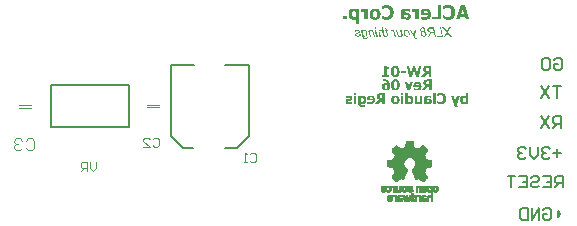
<source format=gbo>
%FSTAX23Y23*%
%MOIN*%
%SFA1B1*%

%IPPOS*%
%ADD36C,0.003937*%
%ADD37C,0.007874*%
%ADD38C,0.004724*%
%ADD59C,0.007992*%
%ADD60C,0.005905*%
%ADD61C,0.000984*%
%LNrw-01-1*%
%LPD*%
G36*
X02569Y0119D02*
X02557D01*
X02554Y01199*
X02539*
X02536Y0119*
X02524*
X0254Y01237*
X02553*
X02569Y0119*
G37*
G36*
X02475D02*
X02444D01*
Y01198*
X02463*
Y01237*
X02475*
Y0119*
G37*
G36*
X02295Y01238D02*
X02296Y01237D01*
X02298Y01237*
X023Y01237*
X02301Y01236*
X02303Y01236*
X02304Y01235*
X02305Y01234*
X02306Y01234*
X02307Y01233*
X02308Y01233*
X02308Y01232*
X02309Y01232*
X02309Y01231*
X0231Y01231*
X0231Y01231*
X02311Y0123*
X02312Y01228*
X02313Y01227*
X02313Y01225*
X02314Y01224*
X02314Y01222*
X02315Y01221*
X02315Y0122*
X02315Y01218*
X02316Y01217*
X02316Y01216*
X02316Y01215*
Y01214*
X02316Y01214*
Y01213*
Y01213*
X02316Y01211*
X02316Y01209*
X02315Y01207*
X02315Y01205*
X02314Y01204*
X02314Y01202*
X02313Y01201*
X02313Y012*
X02312Y01199*
X02312Y01198*
X02311Y01197*
X02311Y01196*
X0231Y01196*
X0231Y01195*
X0231Y01195*
X0231Y01195*
X02308Y01194*
X02307Y01193*
X02306Y01192*
X02304Y01191*
X02303Y01191*
X02301Y0119*
X023Y0119*
X02299Y01189*
X02298Y01189*
X02296Y01189*
X02295Y01189*
X02294Y01189*
X02294*
X02293Y01189*
X02291*
X0229Y01189*
X0229Y01189*
X02289Y01189*
X02288*
X02288Y01189*
X02287Y01189*
X02287*
X02286Y01189*
X02285Y01189*
X02285Y0119*
X02284Y0119*
X02284Y0119*
X02283Y0119*
X02283*
X02282Y0119*
X02281Y0119*
X02281Y01191*
X0228Y01191*
X0228Y01191*
X0228Y01191*
X0228*
X02278Y01192*
X02278Y01192*
X02277Y01192*
X02277Y01192*
X02277Y01193*
X02277Y01193*
X02277*
Y01204*
X02278*
X02278Y01203*
X02279Y01203*
X02279Y01202*
X0228Y01202*
X0228Y01202*
X0228Y01202*
X02281Y01201*
X02282Y01201*
X02282Y012*
X02282Y012*
X02282Y012*
X02283Y012*
X02284Y01199*
X02285Y01199*
X02285Y01199*
X02286Y01198*
X02286Y01198*
X02286*
X02288Y01198*
X02289Y01198*
X02289Y01198*
X0229*
X0229Y01197*
X02291*
X02292Y01198*
X02293Y01198*
X02294Y01198*
X02294Y01198*
X02295Y01198*
X02295Y01198*
X02295*
X02296Y01199*
X02297Y01199*
X02297Y01199*
X02298Y012*
X02299Y012*
X02299Y012*
X02299Y01201*
X02299Y01201*
X023Y01202*
X02301Y01202*
X02301Y01203*
X02302Y01204*
X02302Y01205*
X02302Y01205*
X02302Y01205*
X02302Y01206*
X02303Y01207*
X02303Y01208*
X02303Y01209*
X02303Y0121*
X02303Y01212*
X02304Y01212*
Y01213*
Y01213*
Y01213*
Y01213*
X02303Y01215*
X02303Y01216*
X02303Y01217*
X02303Y01218*
X02303Y01219*
X02303Y0122*
X02303Y0122*
X02302Y0122*
X02302Y01221*
X02302Y01222*
X02301Y01223*
X02301Y01224*
X023Y01225*
X023Y01225*
X023Y01225*
X023Y01225*
X02299Y01226*
X02298Y01227*
X02297Y01227*
X02297Y01227*
X02296Y01228*
X02296Y01228*
X02296Y01228*
X02295*
X02295Y01228*
X02294Y01229*
X02293Y01229*
X02292Y01229*
X02292*
X02291Y01229*
X02291*
X02289Y01229*
X02288Y01229*
X02288Y01229*
X02287Y01228*
X02287Y01228*
X02287Y01228*
X02287*
X02285Y01228*
X02285Y01227*
X02284Y01227*
X02284Y01227*
X02283Y01227*
X02283Y01227*
X02283Y01226*
X02282Y01226*
X02281Y01225*
X02281Y01225*
X0228Y01225*
X0228Y01225*
X0228Y01224*
X0228Y01224*
X02279Y01224*
X02278Y01223*
X02278Y01223*
X02278Y01223*
X02277*
Y01234*
X02278Y01234*
X02279Y01235*
X02279Y01235*
X02279Y01235*
X0228Y01235*
X0228*
X02281Y01236*
X02282Y01236*
X02282Y01236*
X02283Y01236*
X02283Y01237*
X02283Y01237*
X02283*
X02285Y01237*
X02286Y01237*
X02286Y01237*
X02287Y01237*
X02287Y01237*
X02287Y01237*
X02288*
X02289Y01238*
X0229Y01238*
X02291*
X02292Y01238*
X02293*
X02295Y01238*
G37*
G36*
X02424Y01226D02*
X02425Y01226D01*
X02427Y01226*
X02428Y01225*
X0243Y01225*
X02431Y01225*
X02432Y01224*
X02433Y01224*
X02434Y01223*
X02434Y01223*
X02435Y01222*
X02435Y01222*
X02436Y01222*
X02436Y01221*
X02436Y01221*
X02436Y01221*
X02437Y0122*
X02438Y01219*
X02439Y01218*
X02439Y01217*
X0244Y01216*
X0244Y01214*
X02441Y01212*
X02441Y01211*
X02441Y0121*
X02441Y01209*
X02441Y01209*
X02441Y01208*
Y01207*
Y01207*
Y01207*
X02441Y01205*
X02441Y01204*
X02441Y01202*
X0244Y01201*
X0244Y012*
X0244Y01199*
X02439Y01198*
X02439Y01197*
X02438Y01196*
X02438Y01195*
X02437Y01195*
X02437Y01194*
X02436Y01194*
X02436Y01194*
X02436Y01193*
X02436Y01193*
X02435Y01192*
X02434Y01192*
X02432Y01191*
X02431Y01191*
X0243Y0119*
X02429Y0119*
X02426Y01189*
X02425Y01189*
X02424Y01189*
X02423Y01189*
X02422Y01189*
X02421Y01189*
X02419*
X02419Y01189*
X02418*
X02417Y01189*
X02417Y01189*
X02416*
X02416Y01189*
X02416*
X02414Y01189*
X02414Y01189*
X02413Y01189*
X02413Y01189*
X02412Y0119*
X02412Y0119*
X02412*
X02411Y0119*
X02411Y0119*
X0241Y0119*
X0241Y0119*
X02409Y0119*
X02409Y0119*
X02409Y0119*
X02409*
X02408Y01191*
X02407Y01191*
X02407Y01191*
X02407Y01191*
X02406Y01192*
X02406*
Y01201*
X02408*
X02408Y012*
X02409Y012*
X02409Y012*
X02409Y01199*
X0241*
X0241Y01199*
X02411Y01198*
X02412Y01198*
X02412Y01198*
X02412Y01198*
X02412*
X02413Y01198*
X02414Y01197*
X02415Y01197*
X02415Y01197*
X02415Y01197*
X02416*
X02417Y01197*
X02417Y01197*
X02418*
X02419Y01197*
X02419*
X02421Y01197*
X02422Y01197*
X02422Y01197*
X02423*
X02423Y01197*
X02423Y01197*
X02424*
X02425Y01197*
X02425Y01198*
X02426Y01198*
X02426Y01198*
X02427Y01198*
X02427Y01198*
X02427Y01198*
X02428Y01199*
X02429Y012*
X02429Y012*
X02429Y01201*
X02429Y01201*
X02429Y01201*
X0243Y01202*
X0243Y01202*
X0243Y01203*
X0243Y01204*
X0243Y01204*
Y01205*
X0243Y01205*
Y01205*
X02406*
Y01209*
X02406Y01211*
X02406Y01212*
X02406Y01213*
X02406Y01215*
X02407Y01216*
X02407Y01217*
X02407Y01218*
X02408Y01219*
X02408Y01219*
X02409Y0122*
X02409Y01221*
X02409Y01221*
X0241Y01221*
X0241Y01222*
X0241Y01222*
X0241Y01222*
X02411Y01223*
X02412Y01223*
X02413Y01224*
X02414Y01224*
X02415Y01225*
X02416Y01225*
X02418Y01226*
X02419Y01226*
X02419Y01226*
X0242Y01226*
X02421Y01226*
X02422Y01226*
X02422*
X02424Y01226*
G37*
G36*
X02161Y0119D02*
X02149D01*
Y01202*
X02161*
Y0119*
G37*
G36*
X02256Y01226D02*
X02258Y01226D01*
X02259Y01226*
X0226Y01226*
X02262Y01225*
X02263Y01225*
X02264Y01224*
X02265Y01224*
X02265Y01223*
X02266Y01223*
X02267Y01222*
X02267Y01222*
X02268Y01222*
X02268Y01221*
X02268Y01221*
X02268Y01221*
X02269Y0122*
X0227Y01219*
X0227Y01218*
X02271Y01217*
X02271Y01216*
X02272Y01215*
X02272Y01212*
X02272Y01211*
X02273Y0121*
X02273Y0121*
X02273Y01209*
X02273Y01208*
Y01208*
Y01207*
Y01207*
X02273Y01206*
X02273Y01204*
X02272Y01203*
X02272Y01201*
X02272Y012*
X02271Y01199*
X02271Y01198*
X0227Y01197*
X0227Y01196*
X0227Y01195*
X02269Y01195*
X02269Y01194*
X02269Y01194*
X02268Y01194*
X02268Y01193*
X02268Y01193*
X02267Y01193*
X02266Y01192*
X02265Y01191*
X02264Y0119*
X02263Y0119*
X02262Y0119*
X02259Y01189*
X02258Y01189*
X02257Y01189*
X02257Y01189*
X02256Y01189*
X02255Y01188*
X02254*
X02253Y01189*
X02251Y01189*
X0225Y01189*
X02249Y01189*
X02247Y0119*
X02246Y0119*
X02245Y0119*
X02244Y01191*
X02244Y01191*
X02243Y01192*
X02242Y01192*
X02242Y01193*
X02241Y01193*
X02241Y01193*
X02241Y01193*
X02241Y01193*
X0224Y01194*
X02239Y01195*
X02239Y01197*
X02238Y01198*
X02238Y01199*
X02237Y012*
X02237Y01202*
X02236Y01203*
X02236Y01204*
X02236Y01205*
X02236Y01206*
X02236Y01206*
Y01207*
Y01207*
Y01207*
X02236Y01209*
X02236Y0121*
X02237Y01212*
X02237Y01213*
X02237Y01214*
X02238Y01216*
X02238Y01217*
X02238Y01218*
X02239Y01218*
X02239Y01219*
X0224Y0122*
X0224Y0122*
X0224Y01221*
X02241Y01221*
X02241Y01221*
X02241Y01221*
X02242Y01222*
X02243Y01223*
X02244Y01224*
X02245Y01224*
X02246Y01225*
X02247Y01225*
X02249Y01226*
X0225Y01226*
X02251Y01226*
X02252Y01226*
X02253Y01226*
X02254Y01226*
X02254*
X02256Y01226*
G37*
G36*
X0238Y01225D02*
X02381Y01225D01*
X02381Y01225*
X02381Y01225*
X02382Y01225*
X02382*
X02383Y01224*
X02384Y01224*
X02384Y01224*
X02384Y01224*
X02384Y01224*
X02384*
X02385Y01223*
X02386Y01222*
X02386Y01222*
X02387Y01222*
X02387Y01222*
X02387Y01222*
X02388Y01221*
X02388Y01221*
X02389Y0122*
X02389Y0122*
Y01225*
X024*
Y0119*
X02389*
Y01213*
X02388Y01214*
X02387Y01214*
X02386Y01214*
X02386Y01214*
X02386Y01215*
X02385Y01215*
X02385*
X02384Y01215*
X02383Y01215*
X02383Y01215*
X02382Y01215*
X0238*
X0238Y01215*
X02379*
X02379Y01215*
X02379*
X02378Y01215*
X02377Y01215*
X02377Y01215*
X02377Y01215*
X02376*
Y01225*
X02377Y01225*
X02377*
X02378Y01225*
X02379*
X0238Y01225*
G37*
G36*
X0221D02*
X02211Y01225D01*
X02211Y01225*
X02211Y01225*
X02212Y01225*
X02212*
X02213Y01224*
X02214Y01224*
X02214Y01224*
X02214Y01224*
X02214Y01224*
X02214*
X02215Y01223*
X02216Y01222*
X02216Y01222*
X02217Y01222*
X02217Y01222*
X02217Y01222*
X02218Y01221*
X02218Y01221*
X02219Y0122*
X02219Y0122*
Y01225*
X0223*
Y0119*
X02219*
Y01213*
X02218Y01214*
X02217Y01214*
X02216Y01214*
X02216Y01214*
X02216Y01215*
X02215Y01215*
X02215*
X02214Y01215*
X02213Y01215*
X02213Y01215*
X02212Y01215*
X02211*
X0221Y01215*
X02209*
X02209Y01215*
X02209*
X02208Y01215*
X02208Y01215*
X02207Y01215*
X02207Y01215*
X02206*
Y01225*
X02207Y01225*
X02207*
X02208Y01225*
X02209*
X0221Y01225*
G37*
G36*
X02192Y00908D02*
X02183D01*
Y00935*
X02192*
Y00908*
G37*
G36*
X02167Y00936D02*
X02168Y00936D01*
X02169Y00936*
X0217Y00935*
X0217Y00935*
X02171Y00935*
X02171Y00935*
X02171Y00935*
X02172Y00935*
X02173Y00934*
X02174Y00934*
X02174Y00934*
X02175Y00934*
X02175Y00933*
X02175Y00933*
X02175Y00933*
X02176Y00933*
X02176Y00932*
X02177Y00932*
X02177Y00931*
X02177Y00931*
X02178Y0093*
X02178Y0093*
X02178Y0093*
X02178Y0093*
X02178Y00929*
X02178Y00928*
X02179Y00928*
X02179Y00927*
X02179Y00927*
Y00927*
Y00927*
X02179Y00926*
X02178Y00925*
X02178Y00924*
X02178Y00923*
X02178Y00922*
X02177Y00922*
X02177Y00922*
X02177Y00922*
X02176Y00921*
X02176Y0092*
X02175Y0092*
X02174Y0092*
X02173Y00919*
X02173Y00919*
X02173Y00919*
X02172Y00919*
X02172Y00919*
X02172*
X02171Y00919*
X02171Y00918*
X0217Y00918*
X0217Y00918*
X0217Y00918*
X0217*
X02169Y00918*
X02168Y00918*
X02168Y00918*
X02168Y00918*
X02167Y00918*
X02167Y00918*
X02167*
X02167Y00917*
X02166Y00917*
X02166Y00917*
X02165Y00917*
X02165Y00917*
X02165Y00917*
X02165Y00917*
X02165Y00916*
X02165Y00916*
X02164Y00916*
X02164Y00915*
Y00915*
Y00915*
X02164Y00915*
X02165Y00914*
X02165Y00914*
X02165Y00914*
X02165Y00914*
X02165Y00914*
X02166Y00913*
X02166Y00913*
X02167Y00913*
X02167Y00913*
X02168Y00913*
X02168*
X02168Y00913*
X02169*
X0217Y00913*
X02171Y00913*
X02171Y00913*
X02171Y00913*
X02172Y00913*
X02172Y00913*
X02172*
X02173Y00914*
X02173Y00914*
X02174Y00914*
X02174Y00914*
X02174Y00914*
X02175Y00914*
X02175*
X02175Y00914*
X02175Y00915*
X02176Y00915*
X02176Y00915*
X02176Y00915*
X02177Y00915*
X02177Y00915*
X02177*
X02177Y00916*
X02178Y00916*
X02178Y00916*
X02178Y00916*
X02179*
Y00909*
X02178Y00909*
X02177Y00909*
X02177Y00908*
X02176Y00908*
X02175Y00908*
X02175Y00908*
X02175Y00908*
X02174Y00908*
X02173Y00907*
X02172Y00907*
X02171Y00907*
X02171Y00907*
X0217*
X02169Y00907*
X02169*
X02168Y00907*
X02166Y00907*
X02165Y00907*
X02165Y00907*
X02164Y00908*
X02163Y00908*
X02163Y00908*
X02163*
X02162Y00908*
X02161Y00908*
X02161Y00909*
X0216Y00909*
X0216Y00909*
X02159Y0091*
X02159Y0091*
X02159Y0091*
X02158Y0091*
X02158Y00911*
X02157Y00911*
X02157Y00912*
X02157Y00912*
X02157Y00912*
X02157Y00913*
X02156Y00913*
X02156Y00913*
X02156Y00914*
X02156Y00915*
X02156Y00915*
X02156Y00916*
X02156Y00916*
Y00916*
Y00916*
X02156Y00917*
X02156Y00918*
X02156Y00919*
X02156Y0092*
X02157Y0092*
X02157Y00921*
X02157Y00921*
X02157Y00921*
X02158Y00922*
X02158Y00922*
X02159Y00923*
X0216Y00923*
X0216Y00924*
X02161Y00924*
X02161Y00924*
X02161Y00924*
X02161*
X02162Y00924*
X02163Y00924*
X02163Y00924*
X02164Y00925*
X02164Y00925*
X02164Y00925*
X02164*
X02165Y00925*
X02166Y00925*
X02166Y00925*
X02166Y00925*
X02166Y00925*
X02167Y00925*
X02167*
X02167Y00925*
X02168Y00926*
X02168Y00926*
X02169Y00926*
X02169Y00926*
X02169Y00926*
X02169Y00926*
X02169*
X0217Y00927*
X0217Y00927*
X0217Y00927*
Y00928*
Y00928*
X0217Y00928*
X0217Y00928*
X02169Y00929*
X02169Y00929*
X02169Y00929*
X02169*
X02168Y0093*
X02168Y0093*
X02167Y0093*
X02166*
X02166Y0093*
X02166*
X02165Y0093*
X02164Y0093*
X02164Y0093*
X02163Y0093*
X02163Y0093*
X02163Y0093*
X02163*
X02162Y00929*
X02162Y00929*
X02161Y00929*
X02161Y00929*
X02161Y00929*
X02161Y00929*
X02161*
X0216Y00929*
X02159Y00928*
X02159Y00928*
X02159Y00928*
X02159Y00928*
X02159*
X02158Y00927*
X02158Y00927*
X02157Y00927*
X02157Y00927*
X02157*
Y00934*
X02157Y00934*
X02158Y00934*
X02159Y00935*
X02159Y00935*
X0216Y00935*
X0216Y00935*
X02161Y00935*
X02161*
X02163Y00936*
X02163Y00936*
X02164Y00936*
X02165Y00936*
X02166*
X02167Y00936*
G37*
G36*
X02349Y00908D02*
X0234D01*
Y00935*
X02349*
Y00908*
G37*
G36*
X02288D02*
X02279D01*
Y00921*
X02276*
X02266Y00908*
X02255*
X02267Y00923*
X02266Y00924*
X02265Y00924*
X02264Y00925*
X02263Y00926*
X02263Y00926*
X02262Y00927*
X02262Y00927*
X02262Y00927*
X02261Y00928*
X02261Y00929*
X02261Y0093*
X0226Y00932*
X0226Y00932*
X0226Y00933*
X0226Y00933*
Y00934*
Y00934*
Y00934*
Y00934*
X0226Y00935*
X0226Y00936*
X0226Y00937*
X02261Y00937*
X02261Y00938*
X02261Y00938*
X02261Y00939*
X02261Y00939*
X02262Y00939*
X02262Y0094*
X02263Y00941*
X02263Y00941*
X02264Y00941*
X02264Y00942*
X02264Y00942*
X02264Y00942*
X02265Y00942*
X02266Y00943*
X02267Y00943*
X02267Y00943*
X02268Y00943*
X02268Y00943*
X02268Y00943*
X02269*
X02269Y00944*
X0227Y00944*
X02271Y00944*
X02272Y00944*
X02273Y00944*
X02288*
Y00908*
G37*
G36*
X02361Y01226D02*
X02363Y01226D01*
X02364Y01226*
X02365Y01226*
X02365Y01226*
X02366Y01226*
X02366*
X02367Y01225*
X02368Y01225*
X02369Y01225*
X0237Y01225*
X02371Y01225*
X02371Y01225*
X02371Y01224*
X02371*
Y01216*
X0237*
X02369Y01217*
X02368Y01217*
X02367Y01217*
X02366Y01217*
X02366Y01218*
X02365Y01218*
X02365*
X02364Y01218*
X02364Y01218*
X02363Y01218*
X02362Y01218*
X02362Y01219*
X02361*
X02359Y01218*
X02358Y01218*
X02357Y01218*
X02356Y01218*
X02355Y01218*
X02355Y01218*
X02354Y01217*
X02354Y01217*
X02354Y01217*
X02353Y01216*
X02353Y01215*
X02352Y01215*
X02352Y01214*
X02352Y01214*
Y01213*
Y01213*
Y01213*
X02354Y01213*
X02356Y01213*
X02357Y01213*
X02358Y01212*
X0236Y01212*
X0236Y01212*
X0236Y01212*
X02361*
X02361Y01212*
X02361*
X02363Y01212*
X02364Y01211*
X02365Y01211*
X02366Y01211*
X02367Y0121*
X02368Y0121*
X02368Y0121*
X02368Y0121*
X02369Y01209*
X0237Y01209*
X02371Y01208*
X02372Y01208*
X02372Y01207*
X02372Y01207*
X02373Y01206*
X02373Y01206*
X02373Y01205*
X02374Y01204*
X02374Y01203*
X02374Y01202*
X02374Y01201*
X02374Y012*
Y012*
Y012*
Y012*
Y012*
X02374Y01198*
X02374Y01196*
X02373Y01195*
X02373Y01194*
X02372Y01193*
X02372Y01192*
X02371Y01192*
X02371Y01192*
X0237Y01191*
X02369Y0119*
X02367Y01189*
X02366Y01189*
X02365Y01189*
X02364Y01189*
X02364Y01189*
X02363*
X02362Y01189*
X02361Y01189*
X02361Y01189*
X0236*
X0236Y01189*
X0236Y01189*
X0236*
X02358Y01189*
X02358Y0119*
X02357Y0119*
X02357Y0119*
X02357Y0119*
X02357*
X02356Y01191*
X02355Y01191*
X02355Y01191*
X02354Y01191*
X02354Y01192*
X02354*
X02354Y01192*
X02353Y01193*
X02352Y01193*
X02352Y01193*
X02352Y01193*
Y0119*
X02341*
Y01214*
X02341Y01215*
X02341Y01216*
X02342Y01218*
X02342Y0122*
X02343Y01221*
X02344Y01222*
X02345Y01223*
X02345Y01223*
X02345Y01223*
X02345*
X02346Y01224*
X02347Y01224*
X02349Y01225*
X02351Y01226*
X02354Y01226*
X02355Y01226*
X02356Y01226*
X02356Y01226*
X02357*
X02358Y01226*
X0236*
X02361Y01226*
G37*
G36*
X025Y01238D02*
X02502Y01237D01*
X02504Y01237*
X02506Y01237*
X02507Y01236*
X02508Y01236*
X0251Y01235*
X02511Y01234*
X02512Y01234*
X02513Y01233*
X02514Y01233*
X02514Y01232*
X02515Y01232*
X02515Y01231*
X02515Y01231*
X02515Y01231*
X02516Y0123*
X02517Y01228*
X02518Y01227*
X02519Y01225*
X0252Y01224*
X0252Y01222*
X0252Y01221*
X02521Y0122*
X02521Y01218*
X02521Y01217*
X02521Y01216*
X02522Y01215*
Y01214*
X02522Y01214*
Y01213*
Y01213*
X02522Y01211*
X02521Y01209*
X02521Y01207*
X02521Y01205*
X0252Y01204*
X0252Y01202*
X02519Y01201*
X02518Y012*
X02518Y01199*
X02517Y01198*
X02517Y01197*
X02516Y01196*
X02516Y01196*
X02516Y01195*
X02515Y01195*
X02515Y01195*
X02514Y01194*
X02513Y01193*
X02511Y01192*
X0251Y01191*
X02509Y01191*
X02507Y0119*
X02506Y0119*
X02505Y01189*
X02503Y01189*
X02502Y01189*
X02501Y01189*
X025Y01189*
X02499*
X02499Y01189*
X02497*
X02496Y01189*
X02495Y01189*
X02494Y01189*
X02494*
X02493Y01189*
X02493Y01189*
X02493*
X02492Y01189*
X02491Y01189*
X0249Y0119*
X0249Y0119*
X02489Y0119*
X02489Y0119*
X02489*
X02488Y0119*
X02487Y0119*
X02486Y01191*
X02486Y01191*
X02486Y01191*
X02485Y01191*
X02485*
X02484Y01192*
X02484Y01192*
X02483Y01192*
X02483Y01192*
X02483Y01193*
X02482Y01193*
X02482*
Y01204*
X02483*
X02484Y01203*
X02485Y01203*
X02485Y01202*
X02485Y01202*
X02485Y01202*
X02486Y01202*
X02486Y01201*
X02487Y01201*
X02488Y012*
X02488Y012*
X02488Y012*
X02488Y012*
X02489Y01199*
X02491Y01199*
X02491Y01199*
X02492Y01198*
X02492Y01198*
X02492*
X02494Y01198*
X02494Y01198*
X02495Y01198*
X02496*
X02496Y01197*
X02496*
X02498Y01198*
X02499Y01198*
X025Y01198*
X025Y01198*
X02501Y01198*
X02501Y01198*
X02501*
X02502Y01199*
X02503Y01199*
X02503Y01199*
X02504Y012*
X02504Y012*
X02505Y012*
X02505Y01201*
X02505Y01201*
X02506Y01202*
X02506Y01202*
X02507Y01203*
X02507Y01204*
X02508Y01205*
X02508Y01205*
X02508Y01205*
X02508Y01206*
X02509Y01207*
X02509Y01208*
X02509Y01209*
X02509Y0121*
X02509Y01212*
X02509Y01212*
Y01213*
Y01213*
Y01213*
Y01213*
X02509Y01215*
X02509Y01216*
X02509Y01217*
X02509Y01218*
X02509Y01219*
X02508Y0122*
X02508Y0122*
X02508Y0122*
X02508Y01221*
X02507Y01222*
X02507Y01223*
X02506Y01224*
X02506Y01225*
X02506Y01225*
X02505Y01225*
X02505Y01225*
X02505Y01226*
X02504Y01227*
X02503Y01227*
X02503Y01227*
X02502Y01228*
X02502Y01228*
X02501Y01228*
X02501*
X025Y01228*
X025Y01229*
X02499Y01229*
X02498Y01229*
X02497*
X02497Y01229*
X02496*
X02495Y01229*
X02494Y01229*
X02494Y01229*
X02493Y01228*
X02493Y01228*
X02492Y01228*
X02492*
X02491Y01228*
X0249Y01227*
X0249Y01227*
X02489Y01227*
X02489Y01227*
X02489Y01227*
X02489Y01226*
X02488Y01226*
X02487Y01225*
X02487Y01225*
X02486Y01225*
X02486Y01225*
X02486Y01224*
X02486Y01224*
X02485Y01224*
X02484Y01223*
X02484Y01223*
X02484Y01223*
X02482*
Y01234*
X02483Y01234*
X02484Y01235*
X02485Y01235*
X02485Y01235*
X02485Y01235*
X02485*
X02487Y01236*
X02487Y01236*
X02488Y01236*
X02488Y01236*
X02489Y01237*
X02489Y01237*
X02489*
X02491Y01237*
X02491Y01237*
X02492Y01237*
X02492Y01237*
X02493Y01237*
X02493Y01237*
X02493*
X02495Y01238*
X02496Y01238*
X02497*
X02497Y01238*
X02498*
X025Y01238*
G37*
G36*
X02364Y00934D02*
X02364Y00934D01*
X02365Y00935*
X02366Y00935*
X02366Y00935*
X02367Y00935*
X02367Y00935*
X02367Y00935*
X02367*
X02368Y00936*
X02368Y00936*
X02369Y00936*
X02369Y00936*
X0237Y00936*
X0237*
X02371Y00936*
X02372Y00936*
X02373Y00935*
X02374Y00935*
X02374Y00935*
X02375Y00935*
X02375Y00935*
X02375Y00935*
X02376Y00934*
X02376Y00934*
X02377Y00933*
X02378Y00933*
X02378Y00933*
X02378Y00932*
X02378Y00932*
X02379Y00932*
X02379Y00931*
X0238Y0093*
X0238Y0093*
X0238Y00929*
X02381Y00928*
X02381Y00928*
X02381Y00927*
X02381Y00927*
Y00927*
X02381Y00926*
X02382Y00925*
X02382Y00924*
X02382Y00923*
X02382Y00922*
X02382Y00922*
Y00922*
Y00921*
Y00921*
Y00921*
X02382Y0092*
X02382Y00919*
X02382Y00918*
X02382Y00917*
X02381Y00916*
X02381Y00915*
X02381Y00914*
X02381Y00914*
X0238Y00913*
X0238Y00912*
X0238Y00912*
X0238Y00912*
X0238Y00911*
X02379Y00911*
X02379Y00911*
Y00911*
X02379Y0091*
X02378Y0091*
X02378Y00909*
X02377Y00909*
X02376Y00908*
X02376Y00908*
X02375Y00907*
X02374Y00907*
X02373Y00907*
X02373Y00907*
X02372Y00907*
X02372*
X02371Y00907*
X02371Y00907*
X0237Y00907*
X0237*
X0237Y00907*
X0237Y00907*
X0237*
X02369Y00907*
X02368Y00908*
X02368Y00908*
X02368Y00908*
X02368Y00908*
X02367*
X02367Y00908*
X02366Y00909*
X02366Y00909*
X02366Y00909*
X02366Y00909*
X02366Y00909*
X02365Y0091*
X02364Y0091*
X02364Y0091*
X02364Y0091*
X02364Y00911*
X02364Y00911*
Y00908*
X02355*
Y00945*
X02364*
Y00934*
G37*
G36*
X02323Y00936D02*
X02324Y00936D01*
X02325Y00935*
X02326Y00935*
X02327Y00935*
X02328Y00935*
X02329Y00934*
X02329Y00934*
X0233Y00934*
X02331Y00933*
X02331Y00933*
X02331Y00933*
X02332Y00932*
X02332Y00932*
X02332Y00932*
X02332Y00932*
X02333Y00931*
X02333Y0093*
X02334Y0093*
X02334Y00929*
X02335Y00928*
X02335Y00927*
X02335Y00925*
X02335Y00924*
X02336Y00924*
X02336Y00923*
X02336Y00922*
X02336Y00922*
Y00922*
Y00921*
Y00921*
X02336Y0092*
X02336Y00919*
X02335Y00918*
X02335Y00917*
X02335Y00916*
X02335Y00915*
X02334Y00914*
X02334Y00914*
X02334Y00913*
X02333Y00912*
X02333Y00912*
X02333Y00911*
X02332Y00911*
X02332Y00911*
X02332Y00911*
X02332Y00911*
X02331Y0091*
X02331Y0091*
X0233Y00909*
X02329Y00909*
X02328Y00908*
X02327Y00908*
X02326Y00907*
X02325Y00907*
X02324Y00907*
X02323Y00907*
X02323Y00907*
X02322Y00907*
X02322*
X02321Y00907*
X02319Y00907*
X02318Y00907*
X02317Y00908*
X02316Y00908*
X02316Y00908*
X02315Y00909*
X02314Y00909*
X02313Y00909*
X02313Y0091*
X02312Y0091*
X02312Y0091*
X02312Y0091*
X02312Y00911*
X02312Y00911*
X02311Y00911*
X02311Y00912*
X0231Y00912*
X0231Y00913*
X02309Y00914*
X02309Y00915*
X02309Y00916*
X02308Y00917*
X02308Y00918*
X02308Y00919*
X02308Y0092*
X02308Y0092*
X02308Y00921*
Y00921*
Y00921*
Y00921*
X02308Y00923*
X02308Y00924*
X02308Y00925*
X02308Y00926*
X02309Y00927*
X02309Y00928*
X02309Y00928*
X0231Y00929*
X0231Y0093*
X0231Y0093*
X02311Y00931*
X02311Y00931*
X02311Y00932*
X02311Y00932*
X02311Y00932*
X02311Y00932*
X02312Y00933*
X02313Y00933*
X02314Y00934*
X02315Y00934*
X02315Y00935*
X02316Y00935*
X02318Y00935*
X02319Y00936*
X0232Y00936*
X0232Y00936*
X02321Y00936*
X02321Y00936*
X02322*
X02323Y00936*
G37*
G36*
X02311Y01155D02*
X02312Y01155D01*
X02312Y01155*
X02313Y01154*
X02313Y01154*
X02313Y01154*
X02314Y01154*
X02314Y01154*
X02314Y01153*
X02315Y01153*
X02315Y01152*
X02316Y01151*
X02316Y01151*
X02317Y0115*
X02317Y0115*
X02317Y0115*
X02317Y0115*
Y0115*
Y0115*
X02316Y01154*
X02319*
X02324Y01132*
X0232*
X02319Y01141*
X02318Y01142*
X02318Y01143*
X02318Y01144*
X02318Y01145*
X02317Y01146*
X02317Y01146*
X02317Y01147*
X02316Y01147*
X02316Y01148*
X02316Y01148*
X02316Y01149*
X02316Y01149*
X02315Y01149*
X02315Y01149*
X02315Y01149*
Y01149*
X02315Y0115*
X02315Y0115*
X02314Y0115*
X02313Y01151*
X02313Y01151*
X02312Y01151*
X02312Y01151*
X02311Y01151*
X02311*
X02311Y01151*
X0231Y01151*
X0231Y01151*
X0231Y01151*
X0231Y01151*
X02309Y01151*
X02309Y01151*
X02309Y01151*
X02308Y01154*
X02308Y01154*
X02309Y01155*
X02309Y01155*
X0231Y01155*
X0231Y01155*
X0231Y01155*
X0231*
X02311Y01155*
G37*
G36*
X02263Y01132D02*
X02259D01*
X02255Y01154*
X02258*
X02263Y01132*
G37*
G36*
X02481D02*
X02461D01*
X02461Y01136*
X02476*
X02471Y01163*
X02475*
X02481Y01132*
G37*
G36*
X02457D02*
X02453D01*
X0245Y01146*
X02445*
X02444Y01146*
X02444Y01146*
X02443Y01146*
X02443Y01146*
X02443Y01146*
X02442Y01145*
X02442Y01145*
X02442Y01145*
X02442Y01145*
X02441Y01145*
X02441Y01144*
X02441Y01144*
X0244Y01144*
X0244Y01143*
X0244Y01143*
X0244Y01143*
X02439Y01142*
X02439Y01141*
X02438Y0114*
X02438Y01139*
X02438Y01139*
X02438Y01139*
X02438Y01138*
X02438Y01138*
X02438Y01138*
Y01138*
X02435Y01132*
X02431*
X02433Y01138*
X02434Y01139*
X02434Y0114*
X02435Y01141*
X02435Y01142*
X02436Y01143*
X02436Y01143*
X02436Y01143*
X02436Y01143*
X02436Y01144*
X02436Y01144*
Y01144*
X02437Y01144*
X02437Y01145*
X02437Y01145*
X02438Y01145*
X02438Y01146*
X02438Y01146*
X02439Y01146*
X02439Y01146*
X02438Y01146*
X02437Y01146*
X02436Y01147*
X02435Y01147*
X02435Y01147*
X02434Y01147*
X02433Y01148*
X02433Y01148*
X02432Y01148*
X02432Y01148*
X02432Y01149*
X02431Y01149*
X02431Y01149*
X02431Y01149*
X02431Y01149*
X02431Y01149*
X0243Y0115*
X0243Y0115*
X0243Y01151*
X02429Y01151*
X02429Y01152*
X02429Y01153*
X02429Y01154*
X02429Y01155*
X02429Y01155*
X02428Y01155*
Y01155*
Y01155*
Y01155*
X02429Y01156*
X02429Y01157*
X02429Y01158*
X02429Y01159*
X02429Y01159*
X02429Y01159*
X0243Y0116*
X0243Y0116*
X0243Y0116*
X02431Y01161*
X02431Y01161*
X02432Y01162*
X02432Y01162*
X02432Y01162*
X02433Y01162*
X02433Y01162*
X02433*
X02433Y01162*
X02434Y01162*
X02435Y01163*
X02436Y01163*
X02437Y01163*
X02437Y01163*
X02451*
X02457Y01132*
G37*
G36*
X02359Y01155D02*
X0236Y01155D01*
X02361Y01155*
X02362Y01154*
X02363Y01154*
X02363Y01154*
X02364Y01154*
X02364Y01153*
X02365Y01153*
X02365Y01153*
X02366Y01152*
X02366Y01152*
X02366Y01152*
X02366Y01152*
X02367Y01152*
X02367Y01151*
X02367Y01151*
X02368Y0115*
X02368Y01149*
X02369Y01148*
X02369Y01147*
X02369Y01146*
X0237Y01145*
X0237Y01145*
X0237Y01144*
X0237Y01143*
X0237Y01142*
X0237Y01142*
Y01141*
X0237Y01141*
Y01141*
Y01141*
X0237Y0114*
X0237Y01139*
X0237Y01138*
X0237Y01137*
X0237Y01137*
X02369Y01137*
X02369Y01136*
X02369Y01136*
Y01136*
X02369Y01135*
X02368Y01135*
X02368Y01134*
X02367Y01134*
X02367Y01134*
X02366Y01133*
X02366Y01133*
X02366Y01133*
X02365Y01133*
X02364Y01132*
X02364Y01132*
X02363Y01132*
X02362Y01132*
X02362Y01132*
X02361*
X0236Y01132*
X02359Y01132*
X02358Y01133*
X02357Y01133*
X02357Y01133*
X02356Y01133*
X02356Y01133*
X02356Y01134*
X02356Y01134*
X02356Y01134*
X02355*
X02354Y01134*
X02354Y01135*
X02353Y01136*
X02352Y01137*
X02352Y01138*
X02352Y01138*
X02351Y01138*
X02351Y01138*
X02351Y01139*
X02351Y01139*
Y01139*
X02351Y0114*
X0235Y01141*
X0235Y01142*
X0235Y01143*
X0235Y01144*
X0235Y01144*
X0235Y01145*
X0235Y01145*
Y01145*
Y01146*
Y01146*
Y01146*
X0235Y01147*
X0235Y01147*
X0235Y01149*
X0235Y01149*
X0235Y0115*
X02351Y0115*
X02351Y01151*
X02351Y01151*
X02351Y01151*
X02351Y01152*
X02352Y01152*
X02352Y01152*
X02352Y01152*
X02352Y01152*
X02352Y01152*
X02352Y01153*
X02353Y01153*
X02354Y01154*
X02354Y01154*
X02355Y01154*
X02356Y01155*
X02357Y01155*
X02357Y01155*
X02358Y01155*
X02358Y01155*
X02358*
X02359Y01155*
G37*
G36*
X02197Y01155D02*
X02198Y01155D01*
X02199Y01154*
X022Y01154*
X022Y01154*
X022Y01154*
X02201Y01153*
X02201Y01153*
X02201Y01153*
X02201Y01153*
X02201*
X02201Y01153*
X02202Y01152*
X02202Y01152*
X02203Y01151*
X02203Y0115*
X02203Y0115*
X02203Y01149*
X02203Y01149*
Y01149*
Y01149*
Y01149*
X02203Y01148*
X02203Y01148*
X02203Y01147*
X02203Y01147*
X02203Y01146*
X02202Y01146*
X02202Y01146*
X02202Y01146*
X02202Y01146*
X02202Y01145*
X02201Y01145*
X02201Y01145*
X02201Y01144*
X022Y01144*
X022Y01144*
X022Y01144*
X022Y01144*
X022Y01144*
X02199Y01143*
X02199Y01143*
X02198Y01143*
X02197Y01143*
X02197Y01142*
X02197Y01142*
X02197Y01142*
X02197Y01142*
X02196*
X02196Y01142*
X02195Y01142*
X02195Y01142*
X02195Y01141*
X02194Y01141*
X02193Y01141*
X02193Y0114*
X02193Y0114*
X02193Y0114*
X02193Y0114*
X02192Y0114*
X02192Y01139*
X02192Y01139*
X02192Y01139*
X02192Y01139*
X02192Y01138*
Y01138*
Y01138*
X02192Y01138*
X02192Y01137*
X02192Y01137*
X02193Y01137*
X02193Y01136*
X02193Y01136*
X02193Y01136*
X02193Y01136*
X02194Y01136*
X02194Y01135*
X02195Y01135*
X02196Y01135*
X02196Y01135*
X02197Y01135*
X02197*
X02198Y01135*
X02198Y01135*
X02199Y01135*
X02199Y01135*
X022Y01135*
X022Y01135*
X022Y01136*
X022Y01136*
X022Y01136*
X02201Y01136*
X02201Y01137*
X02201Y01137*
X02202Y01137*
X02202Y01137*
X02202Y01137*
X02202Y01137*
X02202Y01138*
X02202Y01138*
X02202Y01139*
X02202Y01139*
Y0114*
X02202Y0114*
Y0114*
Y0114*
X02206Y0114*
Y01139*
X02206Y01139*
X02206Y01138*
X02206Y01137*
X02206Y01137*
X02205Y01136*
X02205Y01136*
X02205Y01135*
X02205Y01135*
X02204Y01135*
X02204Y01134*
X02204Y01134*
X02204Y01134*
X02204Y01134*
X02204Y01134*
X02204Y01134*
X02203Y01133*
X02201Y01133*
X022Y01132*
X02199Y01132*
X02198Y01132*
X02198Y01132*
X02198*
X02197Y01132*
X02197*
X02196Y01132*
X02195Y01132*
X02194Y01132*
X02194Y01132*
X02193Y01133*
X02193Y01133*
X02192Y01133*
X02192Y01133*
X02192Y01133*
X02191Y01134*
X0219Y01134*
X0219Y01135*
X0219Y01135*
X02189Y01135*
X02189Y01135*
X02189Y01135*
X02189Y01136*
X02189Y01137*
X02188Y01137*
X02188Y01138*
X02188Y01138*
X02188Y01138*
Y01139*
Y01139*
X02188Y0114*
X02189Y0114*
X02189Y01141*
X02189Y01142*
X02189Y01142*
X0219Y01142*
X0219Y01143*
X0219Y01143*
X0219Y01143*
X02191Y01143*
X02191Y01144*
X02191Y01144*
X02192Y01144*
X02193Y01145*
X02194Y01145*
X02194Y01145*
X02195Y01145*
X02195Y01146*
X02195Y01146*
X02195Y01146*
X02195*
X02196Y01146*
X02196Y01146*
X02197Y01147*
X02198Y01147*
X02198Y01147*
X02198Y01147*
X02198Y01147*
X02199Y01147*
X02199*
X02199Y01148*
X02199Y01148*
X02199Y01148*
X02199Y01149*
X022Y01149*
X022Y01149*
Y01149*
Y01149*
X022Y0115*
X02199Y0115*
X02199Y0115*
X02199Y01151*
X02199Y01151*
X02199Y01151*
X02199Y01151*
X02198Y01151*
X02198Y01151*
X02198Y01152*
X02197Y01152*
X02197Y01152*
X02196Y01152*
X02196Y01152*
X02195*
X02195Y01152*
X02194Y01152*
X02193Y01152*
X02193Y01152*
X02192Y01151*
X02192Y01151*
X02192Y01151*
X02192Y01151*
X02191Y0115*
X02191Y0115*
X02191Y01149*
X02191Y01149*
X0219Y01149*
X0219Y01148*
X0219Y01148*
Y01148*
X02187Y01148*
X02187Y01149*
X02187Y01149*
X02187Y0115*
X02187Y01151*
X02188Y01152*
X02188Y01152*
X02189Y01153*
X02189Y01153*
X02189Y01153*
X02189*
X0219Y01154*
X02191Y01154*
X02192Y01155*
X02193Y01155*
X02194Y01155*
X02194Y01155*
X02195*
X02195Y01155*
X02195*
X02197Y01155*
G37*
G36*
X02239Y01155D02*
X0224Y01155D01*
X0224Y01155*
X02241Y01154*
X02241Y01154*
X02242Y01154*
X02242Y01154*
X02242Y01154*
X02243Y01153*
X02244Y01153*
X02244Y01152*
X02245Y01152*
X02246Y01151*
X02246Y01151*
X02246Y01151*
X02246Y01151*
X02246Y01151*
X02246Y01154*
X02249*
X02254Y01132*
X0225*
X02248Y01143*
X02247Y01144*
X02247Y01144*
X02247Y01145*
X02247Y01146*
X02246Y01147*
X02246Y01147*
X02246Y01148*
X02246Y01148*
X02245Y01149*
X02245Y01149*
X02245Y01149*
X02245Y01149*
X02245Y0115*
X02244Y0115*
X02244Y0115*
X02244Y0115*
X02244Y0115*
X02243Y0115*
X02243Y01151*
X02242Y01151*
X02241Y01152*
X0224Y01152*
X0224Y01152*
X0224*
X02239Y01152*
X02239*
X02239Y01152*
X02238Y01152*
X02238Y01152*
X02237Y01152*
X02237Y01151*
X02237Y01151*
X02237Y01151*
X02237Y01151*
X02237Y01151*
X02236Y01151*
X02236Y0115*
X02236Y0115*
X02236Y0115*
X02236Y0115*
Y01149*
Y01149*
Y01149*
X02236Y01149*
X02236Y01148*
X02236Y01147*
X02237Y01147*
X02237Y01146*
Y01146*
Y01146*
X0224Y01132*
X02236*
X02233Y01146*
X02233Y01147*
X02233Y01147*
X02233Y01148*
X02232Y01149*
Y01149*
X02232Y01149*
Y0115*
Y0115*
X02232Y0115*
X02233Y01151*
X02233Y01152*
X02233Y01152*
X02234Y01153*
X02234Y01153*
X02234Y01153*
X02234Y01153*
X02235Y01154*
X02235Y01154*
X02236Y01155*
X02237Y01155*
X02237Y01155*
X02238Y01155*
X02238*
X02239Y01155*
G37*
G36*
X02414Y01163D02*
X02415Y01163D01*
X02416Y01163*
X02417Y01162*
X02417Y01162*
X02418Y01162*
X02418Y01162*
X02419Y01161*
X02419Y01161*
X0242Y01161*
X0242Y0116*
X0242Y0116*
X0242Y0116*
X02421Y0116*
X02421Y0116*
X02421Y0116*
X02421Y01159*
X02421Y01159*
X02422Y01158*
X02422Y01157*
X02422Y01156*
X02423Y01156*
X02423Y01155*
X02423Y01155*
Y01155*
Y01155*
Y01155*
X02423Y01154*
X02423Y01153*
X02422Y01153*
X02422Y01152*
X02422Y01152*
X02422Y01152*
X02422Y01152*
X02422Y01152*
X02422Y01151*
X02421Y01151*
X02421Y0115*
X0242Y0115*
X0242Y0115*
X0242Y01149*
X02419Y01149*
X02419Y01149*
X0242Y01149*
X02421Y01148*
X02422Y01148*
X02423Y01147*
X02423Y01147*
X02424Y01146*
X02424Y01146*
X02424Y01146*
Y01146*
X02425Y01145*
X02425Y01144*
X02425Y01143*
X02425Y01142*
X02426Y01141*
X02426Y01141*
Y01141*
X02426Y01141*
Y0114*
Y0114*
Y0114*
X02426Y0114*
X02426Y01139*
X02425Y01138*
X02425Y01137*
X02425Y01136*
X02424Y01135*
X02424Y01135*
X02424Y01135*
X02424Y01135*
X02423Y01134*
X02423Y01134*
X02423Y01134*
X02423Y01134*
X02422Y01134*
X02422Y01133*
X02421Y01133*
X0242Y01133*
X02419Y01132*
X02418Y01132*
X02418Y01132*
X02418Y01132*
X02417Y01132*
X02417*
X02416Y01132*
X02415Y01132*
X02415Y01132*
X02414Y01132*
X02413Y01133*
X02412Y01133*
X02412Y01133*
X02411Y01134*
X02411Y01134*
X0241Y01134*
X0241Y01134*
X0241Y01135*
X0241Y01135*
X02409Y01135*
X02409Y01135*
X02409Y01135*
X02409Y01136*
X02408Y01136*
X02408Y01137*
X02408Y01138*
X02407Y01138*
X02407Y01139*
X02407Y0114*
X02407Y0114*
X02407Y01141*
X02407Y01141*
X02406Y01142*
X02406Y01142*
Y01142*
Y01142*
Y01142*
X02406Y01143*
X02407Y01144*
X02407Y01145*
X02407Y01145*
X02407Y01146*
X02407Y01146*
X02407Y01146*
X02407Y01146*
X02408Y01147*
X02408Y01147*
X02409Y01148*
X02409Y01148*
X02409Y01148*
X0241Y01149*
X0241Y01149*
X0241Y01149*
X02409Y01149*
X02408Y0115*
X02408Y0115*
X02407Y0115*
X02407Y01151*
X02406Y01151*
X02406Y01151*
X02406Y01152*
X02406Y01152*
X02405Y01153*
X02405Y01154*
X02405Y01154*
X02405Y01155*
X02405Y01155*
Y01155*
Y01155*
Y01155*
X02405Y01156*
X02405Y01157*
X02405Y01158*
X02406Y01159*
X02406Y01159*
X02407Y0116*
X02407Y0116*
X02407Y0116*
X02407Y01161*
X02407Y01161*
X02407Y01161*
X02408Y01161*
X02408Y01161*
X02409Y01162*
X0241Y01162*
X02411Y01163*
X02412Y01163*
X02413Y01163*
X02413*
X02413Y01163*
X02414*
X02414Y01163*
G37*
G36*
X02286Y01132D02*
X02283D01*
X02281Y01142*
X02281Y01143*
X0228Y01143*
X0228Y01144*
X0228Y01145*
X0228Y01145*
X0228Y01146*
X0228Y01146*
X02279Y01146*
X02279Y01147*
X02279Y01147*
X02279Y01147*
X02279Y01147*
X02279Y01148*
X02279Y01148*
X02278Y01149*
X02278Y01149*
X02277Y0115*
X02277Y0115*
X02277Y0115*
X02276Y01151*
X02276Y01151*
X02276Y01151*
X02275Y01151*
X02275Y01151*
X02274Y01152*
X02273Y01152*
X02273Y01152*
X02273Y01152*
X02272*
X02272Y01152*
X02271Y01152*
X02271Y01152*
X02271Y01152*
X0227Y01151*
X0227Y01151*
X0227Y01151*
X0227Y01151*
X0227Y01151*
X0227Y01151*
X0227Y0115*
X02269Y0115*
X02269Y0115*
X02269Y0115*
Y01149*
Y01149*
Y01149*
X02269Y01149*
X02269Y01149*
X0227Y01148*
X0227Y01147*
X0227Y01147*
X0227Y01146*
X0227Y01146*
Y01146*
X0227Y01146*
Y01146*
X02273Y01132*
X02269*
X02266Y01145*
X02266Y01146*
X02266Y01147*
X02266Y01148*
X02266Y01149*
X02266Y01149*
X02266Y01149*
Y0115*
Y0115*
X02266Y01151*
X02266Y01151*
X02266Y01152*
X02266Y01152*
X02267Y01153*
X02267Y01153*
X02267Y01153*
X02267Y01153*
X02268Y01154*
X02268Y01154*
X02269Y01155*
X0227Y01155*
X0227Y01155*
X02271Y01155*
X02271*
X02272Y01155*
X02273Y01155*
X02273Y01155*
X02274Y01155*
X02274Y01154*
X02275Y01154*
X02275Y01154*
X02275Y01154*
X02276Y01154*
X02276Y01153*
X02277Y01153*
X02278Y01152*
X02278Y01152*
X02278Y01151*
X02279Y01151*
X02279Y01151*
X02279Y01151*
X02276Y01163*
X0228*
X02286Y01132*
G37*
G36*
X02219Y01155D02*
X0222Y01155D01*
X02221Y01154*
X02222Y01154*
X02222Y01154*
X02223Y01154*
X02223Y01153*
X02223Y01153*
X02223Y01153*
X02223*
X02224Y01153*
X02225Y01152*
X02226Y01151*
X02226Y0115*
X02227Y0115*
X02227Y01149*
X02227Y01149*
X02227Y01149*
X02228Y01149*
Y01149*
X02228Y01147*
X02229Y01146*
X02229Y01145*
X02229Y01144*
X02229Y01144*
X02229Y01143*
X02229Y01143*
Y01142*
X02229Y01142*
Y01142*
Y01142*
Y01142*
X02229Y01141*
X02229Y0114*
X02229Y0114*
X02229Y01139*
X02229Y01138*
X02229Y01138*
X02228Y01137*
X02228Y01137*
X02228Y01136*
X02228Y01136*
X02228Y01136*
X02227Y01135*
X02227Y01135*
X02227Y01135*
X02227Y01135*
X02227Y01135*
X02227Y01135*
X02226Y01134*
X02226Y01134*
X02225Y01134*
X02224Y01133*
X02224Y01133*
X02223Y01133*
X02222Y01133*
X02222Y01133*
X02222Y01132*
X02222*
X02221Y01133*
X0222Y01133*
X0222Y01133*
X02219Y01133*
X02218Y01133*
X02217Y01134*
X02217Y01134*
X02216Y01135*
X02216Y01135*
X02216Y01135*
X02216Y01135*
X02215Y01135*
X02215Y01135*
X02215Y01135*
X02216Y01134*
X02216Y01133*
X02216Y01132*
X02216Y01132*
X02216Y01131*
X02217Y01131*
X02217Y0113*
X02217Y0113*
X02217Y0113*
X02217Y01129*
X02217Y01129*
X02217Y01129*
X02217Y01129*
X02218Y01128*
X02219Y01128*
X0222Y01127*
X0222Y01127*
X02221Y01127*
X02222Y01127*
X02222*
X02222Y01127*
X02223*
X02224Y01127*
X02224Y01127*
X02224Y01127*
X02225Y01127*
X02225Y01127*
X02225Y01127*
X02225*
X02225Y01128*
X02226Y01128*
X02226Y01128*
X02226Y01128*
Y01128*
X02226Y01129*
X02226Y01129*
X02226Y0113*
X02226Y0113*
Y0113*
Y0113*
Y0113*
X0223Y01131*
X0223Y0113*
X0223Y0113*
Y0113*
Y01129*
Y01129*
X0223Y01129*
X0223Y01128*
X0223Y01128*
X0223Y01127*
X0223Y01127*
X0223Y01127*
X02229Y01127*
X02229Y01126*
X02229Y01126*
X02229Y01126*
X02228Y01125*
X02228Y01125*
X02227Y01125*
X02227Y01125*
X02227Y01124*
X02227Y01124*
X02226Y01124*
X02225Y01124*
X02224Y01124*
X02224Y01124*
X02223Y01124*
X02222Y01124*
X02222*
X02221Y01124*
X0222Y01124*
X02219Y01124*
X02219Y01124*
X02218Y01124*
X02217Y01125*
X02217Y01125*
X02217Y01125*
X02216Y01125*
X02216Y01126*
X02215Y01126*
X02215Y01127*
X02214Y01127*
X02214Y01128*
X02214Y01128*
X02214Y01128*
X02213Y01129*
X02213Y0113*
X02213Y0113*
X02212Y01131*
X02212Y01132*
X02212Y01132*
X02212Y01133*
X02212Y01133*
X02212Y01133*
X02212Y01133*
Y01133*
X02208Y01154*
X02211*
X02212Y01151*
X02212Y01152*
X02213Y01152*
X02213Y01153*
X02214Y01153*
X02214Y01154*
X02215Y01154*
X02215Y01154*
X02216Y01154*
X02216Y01155*
X02217Y01155*
X02217Y01155*
X02218Y01155*
X02218*
X02218Y01155*
X02218*
X02219Y01155*
G37*
G36*
X02181Y01226D02*
X02182Y01226D01*
X02183Y01226*
X02184Y01226*
X02185Y01225*
X02185Y01225*
X02186Y01225*
X02186Y01225*
X02188Y01224*
X02188Y01223*
X02189Y01223*
X0219Y01222*
X0219Y01222*
X02191Y01222*
X02191Y01222*
Y01225*
X02202*
Y01176*
X02191*
Y01191*
X02189Y0119*
X02188Y0119*
X02188Y0119*
X02187Y0119*
X02187Y0119*
X02187Y01189*
X02187*
X02185Y01189*
X02184Y01189*
X02184Y01189*
X02183Y01189*
X02182*
X02181Y01189*
X0218Y01189*
X02179Y01189*
X02177Y0119*
X02176Y0119*
X02174Y01191*
X02173Y01192*
X02173Y01192*
X02172Y01193*
X02172Y01193*
X02172Y01194*
X02171Y01194*
X02171Y01194*
X02171Y01194*
X0217Y01195*
X0217Y01196*
X02169Y01197*
X02169Y01198*
X02168Y012*
X02168Y01201*
X02167Y01203*
X02167Y01204*
X02167Y01205*
X02167Y01206*
X02167Y01206*
X02167Y01207*
Y01207*
Y01208*
Y01208*
Y01209*
X02167Y01211*
X02167Y01212*
X02167Y01214*
X02168Y01215*
X02168Y01216*
X02168Y01217*
X02168Y01218*
X02169Y01219*
X02169Y01219*
X02169Y0122*
X0217Y0122*
X0217Y01221*
X0217Y01221*
X0217Y01221*
X0217Y01221*
X02171Y01222*
X02172Y01223*
X02172Y01224*
X02173Y01224*
X02174Y01225*
X02175Y01225*
X02176Y01226*
X02178Y01226*
X02178Y01226*
X02179Y01226*
X02179Y01226*
X0218*
X02181Y01226*
G37*
G36*
X02258Y01159D02*
X02254D01*
X02253Y01163*
X02257*
X02258Y01159*
G37*
G36*
X02292Y0116D02*
X02293Y01154D01*
X02296*
X02297Y01152*
X02294*
X02297Y01139*
X02297Y01138*
X02297Y01137*
X02297Y01137*
X02297Y01136*
X02297Y01136*
X02297Y01136*
Y01135*
Y01135*
X02297Y01135*
X02297Y01135*
X02297Y01134*
X02297Y01134*
X02297Y01134*
X02296Y01133*
X02296Y01133*
X02296Y01133*
X02296Y01133*
X02295Y01133*
X02295Y01132*
X02294Y01132*
X02293Y01132*
X02293Y01132*
X02293*
X02292Y01132*
X02291Y01132*
X02291Y01132*
X02291Y01132*
X0229Y01132*
X0229Y01132*
X0229*
X02289Y01135*
X0229Y01135*
X02291Y01135*
X02291Y01135*
X02292*
X02292Y01135*
X02293Y01135*
X02293Y01136*
X02293Y01136*
X02293Y01136*
X02293Y01136*
X02293Y01137*
Y01137*
Y01137*
X02293Y01137*
X02293Y01137*
X02293Y01138*
X02293Y01138*
X02293Y01139*
X02293Y01139*
X02293Y01139*
Y01139*
Y01139*
X0229Y01152*
X02287*
X02286Y01154*
X0229*
X02288Y01162*
X02292Y0116*
G37*
G36*
X02345Y01142D02*
X02346Y01141D01*
X02346Y01141*
X02346Y0114*
X02346Y01139*
X02346Y01138*
X02346Y01138*
X02346Y01137*
Y01137*
Y01137*
X02346Y01136*
X02346Y01136*
X02346Y01135*
X02345Y01134*
X02345Y01134*
X02345Y01134*
X02345Y01133*
X02345Y01133*
X02344Y01133*
X02343Y01133*
X02343Y01132*
X02342Y01132*
X02341Y01132*
X02341Y01132*
X02341Y01132*
X02341*
X0234Y01132*
X02339Y01132*
X02338Y01132*
X02338Y01133*
X02337Y01133*
X02336Y01133*
X02336Y01134*
X02335Y01134*
X02335Y01135*
X02334Y01135*
X02334Y01135*
X02333Y01136*
X02333Y01136*
X02333Y01136*
X02333Y01136*
X02333Y01136*
X02333Y01132*
X0233*
X02325Y01154*
X02329*
X02331Y01145*
X02331Y01144*
X02331Y01143*
X02331Y01142*
X02332Y01142*
X02332Y01141*
X02332Y01141*
X02332Y01141*
Y01141*
X02332Y0114*
X02332Y0114*
X02333Y01139*
X02333Y01139*
X02333Y01138*
X02334Y01138*
X02334Y01138*
X02334Y01138*
X02334Y01137*
X02335Y01137*
X02335Y01137*
X02335Y01136*
X02336Y01136*
X02336Y01136*
X02336Y01136*
X02336Y01136*
X02337Y01136*
X02337Y01135*
X02338Y01135*
X02338Y01135*
X02339Y01135*
X02339Y01135*
X02339*
X0234Y01135*
X0234Y01135*
X02341Y01135*
X02341Y01135*
X02341Y01135*
X02342Y01136*
X02342Y01136*
X02342Y01136*
X02342Y01136*
X02342Y01136*
X02342Y01137*
X02342Y01137*
X02342Y01137*
X02342Y01137*
Y01137*
Y01137*
Y01138*
X02342Y01138*
X02342Y01139*
X02342Y01139*
X02342Y0114*
X02342Y0114*
X02342Y0114*
Y0114*
X02339Y01154*
X02343*
X02345Y01142*
G37*
G36*
X02498Y01148D02*
X02512Y01132D01*
X02507*
X02499Y01142*
X02498Y01142*
X02498Y01143*
X02497Y01143*
X02497Y01144*
X02496Y01144*
X02496Y01144*
X02496Y01145*
X02496Y01145*
X02495Y01144*
X02495Y01143*
X02495Y01143*
X02495Y01142*
X02494Y01142*
X02494Y01142*
X02494Y01141*
X02494Y01141*
X02489Y01132*
X02485*
X02493Y01147*
X02479Y01163*
X02484*
X02491Y01156*
X02492Y01155*
X02493Y01154*
X02493Y01153*
X02494Y01152*
X02495Y01151*
X02495Y01151*
X02495Y0115*
X02495Y0115*
Y0115*
X02495Y01151*
X02496Y01151*
X02496Y01152*
X02496Y01152*
X02496Y01152*
X02496Y01153*
X02496Y01153*
X02496Y01153*
X02496Y01153*
X02497Y01153*
X02497Y01153*
X02497Y01154*
X02497Y01155*
X02498Y01155*
X02498Y01155*
X02498Y01156*
X02498Y01156*
X02498Y01156*
Y01156*
X02502Y01163*
X02506*
X02498Y01148*
G37*
G36*
X02386Y01132D02*
X02387Y0113D01*
X02388Y0113*
X02388Y01129*
X02388Y01129*
X02389Y01128*
X02389Y01128*
X02389Y01128*
X02389Y01128*
X02389Y01128*
X0239Y01128*
X0239Y01127*
X0239Y01127*
X02391Y01127*
X02391Y01127*
X02391*
X02392Y01127*
X02392Y01127*
X02393Y01127*
X02393Y01128*
X02393Y01128*
X02393Y01128*
X02393*
X02394Y01124*
X02393Y01124*
X02392Y01124*
X02392Y01124*
X02392*
X02391Y01124*
X02391*
X0239Y01124*
X0239Y01124*
X02389Y01124*
X02388Y01124*
X02388Y01124*
X02388Y01125*
X02388Y01125*
X02387Y01125*
X02387Y01125*
X02387Y01125*
X02386Y01126*
X02386Y01127*
X02385Y01128*
X02385Y01128*
X02384Y01129*
X02384Y01129*
X02384Y01129*
X02384Y0113*
X02384Y0113*
Y0113*
X0237Y01154*
X02374*
X02384Y01137*
X02384Y01138*
X02384Y01139*
X02384Y0114*
X02384Y01141*
X02384Y01142*
X02384Y01142*
X02384Y01142*
X02384Y01143*
X02384Y01143*
Y01143*
X02384Y01143*
Y01143*
X02386Y01154*
X0239*
X02386Y01132*
G37*
G36*
X02456Y00908D02*
X02448D01*
Y00945*
X02456*
Y00908*
G37*
G36*
X02349Y00939D02*
X0234D01*
Y00945*
X02349*
Y00939*
G37*
G36*
X02324Y0099D02*
X02325Y0099D01*
X02326Y0099*
X02327Y0099*
X02328Y0099*
X02328Y00989*
X02329Y00989*
X02329Y00989*
X02329*
X0233Y00989*
X02331Y00988*
X02331Y00987*
X02332Y00987*
X02332Y00986*
X02333Y00986*
X02333Y00986*
X02333Y00986*
X02334Y00985*
X02334Y00984*
X02335Y00983*
X02335Y00982*
X02335Y00981*
X02335Y0098*
X02335Y0098*
Y0098*
X02335Y0098*
Y0098*
X02336Y00978*
X02336Y00977*
X02336Y00976*
X02336Y00974*
X02336Y00973*
X02336Y00973*
Y00972*
Y00972*
Y00972*
Y00972*
Y00971*
X02336Y0097*
X02336Y00968*
X02336Y00967*
X02336Y00966*
X02336Y00965*
X02336Y00965*
X02336Y00964*
X02336Y00964*
X02336Y00964*
X02335Y00963*
Y00963*
Y00963*
X02335Y00962*
X02335Y00961*
X02334Y0096*
X02334Y00959*
X02334Y00958*
X02333Y00958*
X02333Y00958*
X02333Y00957*
X02332Y00957*
X02332Y00956*
X02331Y00955*
X0233Y00955*
X0233Y00954*
X02329Y00954*
X02329Y00954*
X02329Y00954*
X02328Y00953*
X02327Y00953*
X02326Y00953*
X02325Y00953*
X02324Y00953*
X02323*
X02323Y00953*
X02322*
X02321Y00953*
X0232Y00953*
X02319Y00953*
X02318Y00953*
X02317Y00954*
X02316Y00954*
X02316Y00954*
X02316Y00954*
X02315Y00954*
X02314Y00955*
X02313Y00956*
X02313Y00956*
X02312Y00957*
X02312Y00957*
X02312Y00957*
X02312Y00957*
X02311Y00958*
X0231Y00959*
X0231Y0096*
X0231Y00961*
X02309Y00962*
X02309Y00963*
X02309Y00963*
Y00963*
X02309Y00963*
Y00963*
X02309Y00965*
X02309Y00966*
X02309Y00967*
X02308Y00969*
X02308Y0097*
X02308Y0097*
Y00971*
Y00971*
Y00971*
Y00971*
Y00971*
X02308Y00973*
X02308Y00975*
X02309Y00976*
X02309Y00977*
X02309Y00978*
X02309Y00978*
X02309Y00979*
X02309Y00979*
X02309Y00979*
Y00979*
X02309Y00979*
Y0098*
X02309Y00981*
X0231Y00982*
X0231Y00983*
X02311Y00984*
X02311Y00984*
X02311Y00985*
X02311Y00985*
X02312Y00985*
X02312Y00986*
X02313Y00987*
X02314Y00988*
X02314Y00988*
X02315Y00989*
X02315Y00989*
X02316Y00989*
X02316Y00989*
X02316*
X02317Y0099*
X02318Y0099*
X02319Y0099*
X0232Y0099*
X02321Y0099*
X02321*
X02322Y0099*
X02322*
X02324Y0099*
G37*
G36*
X02443Y00953D02*
X02434D01*
Y00967*
X02431*
X02421Y00953*
X0241*
X02422Y00969*
X02421Y00969*
X0242Y0097*
X02419Y00971*
X02418Y00971*
X02418Y00972*
X02417Y00972*
X02417Y00973*
X02417Y00973*
X02416Y00974*
X02416Y00975*
X02415Y00976*
X02415Y00977*
X02415Y00978*
X02415Y00979*
X02415Y00979*
Y00979*
Y00979*
Y0098*
Y0098*
X02415Y00981*
X02415Y00982*
X02415Y00982*
X02416Y00983*
X02416Y00984*
X02416Y00984*
X02416Y00984*
X02416Y00984*
X02417Y00985*
X02417Y00986*
X02418Y00986*
X02418Y00987*
X02419Y00987*
X02419Y00987*
X02419Y00987*
X02419Y00988*
X0242Y00988*
X02421Y00988*
X02421Y00989*
X02422Y00989*
X02423Y00989*
X02423Y00989*
X02423Y00989*
X02423*
X02424Y00989*
X02425Y00989*
X02426Y00989*
X02427Y0099*
X02427Y0099*
X02443*
Y00953*
G37*
G36*
X02192Y00939D02*
X02183D01*
Y00945*
X02192*
Y00939*
G37*
G36*
X02434Y00936D02*
X02435Y00936D01*
X02435Y00936*
X02436Y00935*
X02437Y00935*
X02437Y00935*
X02437*
X02438Y00935*
X02439Y00935*
X0244Y00935*
X0244Y00935*
X02441Y00935*
X02441Y00934*
X02441Y00934*
X02441*
Y00928*
X0244*
X02439Y00929*
X02438Y00929*
X02438Y00929*
X02437Y00929*
X02437Y00929*
X02437Y00929*
X02437*
X02436Y0093*
X02435Y0093*
X02435Y0093*
X02434Y0093*
X02434Y0093*
X02433*
X02432Y0093*
X02431Y0093*
X0243Y0093*
X02429Y00929*
X02429Y00929*
X02429Y00929*
X02428Y00929*
X02428Y00929*
X02428Y00929*
X02427Y00928*
X02427Y00928*
X02427Y00927*
X02427Y00927*
X02427Y00926*
Y00926*
Y00926*
Y00926*
X02428Y00926*
X02429Y00925*
X0243Y00925*
X02431Y00925*
X02432Y00925*
X02433Y00925*
X02433Y00925*
X02433*
X02433Y00925*
X02433*
X02435Y00925*
X02436Y00925*
X02437Y00924*
X02437Y00924*
X02438Y00924*
X02438Y00924*
X02439Y00923*
X02439Y00923*
X0244Y00923*
X0244Y00923*
X02441Y00922*
X02441Y00922*
X02442Y00921*
X02442Y00921*
X02442Y00921*
X02442Y0092*
X02443Y0092*
X02443Y00919*
X02443Y00918*
X02443Y00917*
X02443Y00917*
X02443Y00916*
Y00916*
Y00916*
Y00916*
Y00916*
X02443Y00914*
X02443Y00913*
X02443Y00912*
X02442Y00911*
X02442Y0091*
X02441Y0091*
X02441Y0091*
X02441Y0091*
X0244Y00909*
X02439Y00908*
X02438Y00908*
X02437Y00907*
X02436Y00907*
X02436Y00907*
X02436Y00907*
X02434*
X02434Y00907*
X02433Y00907*
X02433Y00907*
X02433*
X02432Y00907*
X02432Y00907*
X02432*
X02431Y00908*
X02431Y00908*
X0243Y00908*
X0243Y00908*
X0243Y00908*
X0243*
X02429Y00909*
X02429Y00909*
X02428Y00909*
X02428Y00909*
X02428Y00909*
X02428*
X02428Y0091*
X02427Y0091*
X02427Y00911*
X02427Y00911*
X02427Y00911*
Y00908*
X02418*
Y00926*
X02418Y00927*
X02418Y00928*
X02419Y00929*
X02419Y00931*
X0242Y00932*
X0242Y00932*
X02421Y00933*
X02421Y00933*
X02421Y00933*
X02421*
X02422Y00934*
X02423Y00934*
X02424Y00935*
X02426Y00935*
X02428Y00936*
X02428Y00936*
X02429Y00936*
X0243Y00936*
X0243*
X02431Y00936*
X02433*
X02434Y00936*
G37*
G36*
X02564Y00908D02*
X02556D01*
X02556Y00909*
X02554Y00909*
X02554Y00908*
X02553Y00908*
X02553Y00908*
X02553Y00908*
X02552Y00908*
X02552*
X02551Y00907*
X02551Y00907*
X0255Y00907*
X0255Y00907*
X02549*
X02548Y00907*
X02547Y00907*
X02546Y00908*
X02545Y00908*
X02544Y00909*
X02543Y00909*
X02542Y0091*
X02542Y0091*
X02542Y0091*
X02541Y00911*
X02541Y00911*
X02541Y00911*
X02541Y00911*
X02541Y00911*
X0254Y00912*
X0254Y00913*
X02539Y00914*
X02539Y00915*
X02538Y00915*
X02538Y00916*
X02538Y00918*
X02538Y00919*
X02537Y0092*
X02537Y0092*
X02537Y00921*
X02537Y00921*
Y00921*
Y00922*
Y00922*
Y00923*
X02537Y00924*
X02538Y00925*
X02538Y00926*
X02538Y00927*
X02538Y00928*
X02538Y00929*
X02539Y00929*
X02539Y0093*
X02539Y00931*
X02539Y00931*
X0254Y00931*
X0254Y00932*
X0254Y00932*
X0254Y00932*
X0254Y00932*
X0254Y00933*
X02541Y00933*
X02542Y00934*
X02542Y00934*
X02543Y00935*
X02543Y00935*
X02545Y00935*
X02546Y00936*
X02546Y00936*
X02547Y00936*
X02547Y00936*
X02547*
X02548Y00936*
X02549Y00936*
X0255Y00936*
X0255Y00935*
X02551Y00935*
X02551Y00935*
X02552Y00935*
X02552Y00935*
X02553Y00934*
X02553Y00934*
X02554Y00934*
X02554Y00933*
X02555Y00933*
X02555Y00932*
X02555Y00932*
X02556Y00932*
Y00945*
X02564*
Y00908*
G37*
G36*
X02215Y00936D02*
X02215Y00936D01*
X02216Y00936*
X02217Y00935*
X02217Y00935*
X02218Y00935*
X02218Y00935*
X02218Y00935*
X02219Y00934*
X0222Y00934*
X0222Y00934*
X02221Y00933*
X02221Y00933*
X02222Y00932*
X02222Y00932*
X02222Y00932*
X02222Y00932*
X02223Y00931*
X02223Y0093*
X02224Y00929*
X02224Y00929*
X02224Y00928*
X02224Y00928*
X02224Y00928*
Y00928*
X02225Y00927*
X02225Y00926*
X02225Y00925*
X02225Y00924*
X02225Y00923*
X02225Y00923*
Y00922*
Y00922*
Y00922*
Y00922*
X02225Y00921*
X02225Y0092*
X02225Y00919*
X02225Y00917*
X02225Y00917*
X02224Y00916*
X02224Y00915*
X02224Y00914*
X02223Y00914*
X02223Y00913*
X02223Y00913*
X02223Y00912*
X02223Y00912*
X02222Y00912*
X02222Y00912*
X02222Y00912*
X02222Y00911*
X02221Y0091*
X0222Y0091*
X0222Y0091*
X02219Y00909*
X02218Y00909*
X02217Y00909*
X02216Y00908*
X02215Y00908*
X02215Y00908*
X02215Y00908*
X02214*
X02213Y00908*
X02213Y00908*
X02212Y00908*
X02211Y00909*
X02211Y00909*
X02211Y00909*
X0221Y00909*
X0221Y00909*
X0221Y00909*
X02209Y0091*
X02208Y0091*
X02208Y0091*
X02207Y00911*
X02207Y00911*
X02207Y00911*
X02207Y00911*
Y0091*
Y0091*
X02207Y00909*
X02207Y00909*
Y00908*
X02207Y00908*
X02207Y00908*
X02207Y00908*
Y00908*
X02207Y00907*
X02208Y00906*
X02208Y00906*
X02208Y00906*
X02208Y00906*
X02208Y00906*
X02209Y00905*
X02209Y00905*
X0221Y00905*
X0221Y00904*
X0221Y00904*
X0221Y00904*
X0221*
X02211Y00904*
X02212Y00904*
X02212Y00904*
X02213Y00904*
X02213Y00904*
X02214*
X02215Y00904*
X02215Y00904*
X02216*
X02216Y00904*
X02216*
X02217Y00904*
X02217Y00904*
X02218Y00904*
X02218Y00904*
X02218Y00904*
X02218*
X02219Y00905*
X02219Y00905*
X0222Y00905*
X0222Y00905*
X0222Y00905*
X0222*
X0222Y00905*
X02221Y00905*
X02221Y00905*
X02221Y00905*
X02222*
Y00899*
X02222Y00898*
X02221Y00898*
X0222Y00898*
X0222Y00898*
X02219Y00898*
X02219Y00898*
X02218Y00898*
X02218*
X02216Y00898*
X02215Y00898*
X02215*
X02214Y00897*
X02213*
X02212Y00898*
X02211Y00898*
X0221Y00898*
X02209Y00898*
X02208Y00898*
X02208Y00898*
X02207Y00898*
X02207*
X02206Y00898*
X02205Y00899*
X02205Y00899*
X02204Y009*
X02203Y009*
X02203Y009*
X02203Y009*
X02203Y009*
X02202Y00901*
X02201Y00902*
X02201Y00902*
X022Y00903*
X022Y00904*
X022Y00904*
X022Y00904*
X022Y00905*
X02199Y00906*
X02199Y00907*
X02199Y00908*
X02199Y00909*
X02198Y0091*
Y0091*
X02198Y0091*
Y0091*
Y00911*
Y00911*
Y00911*
Y00935*
X02207*
X02207Y00934*
X02208Y00934*
X02209Y00935*
X02209Y00935*
X02209Y00935*
X0221Y00935*
X0221Y00935*
X0221*
X02211Y00936*
X02212Y00936*
X02212Y00936*
X02213Y00936*
X02214*
X02215Y00936*
G37*
G36*
X02396Y00981D02*
X02397Y00981D01*
X02399Y00981*
X024Y00981*
X02401Y00981*
X02401Y0098*
X02402Y0098*
X02403Y0098*
X02404Y00979*
X02404Y00979*
X02405Y00978*
X02405Y00978*
X02405Y00978*
X02406Y00978*
X02406Y00978*
X02406Y00977*
X02406Y00977*
X02407Y00976*
X02407Y00975*
X02408Y00974*
X02408Y00973*
X02409Y00972*
X02409Y00971*
X02409Y0097*
X02409Y00969*
X02409Y00969*
X02409Y00968*
X0241Y00967*
Y00967*
Y00967*
Y00967*
X02409Y00966*
X02409Y00964*
X02409Y00963*
X02409Y00962*
X02409Y00961*
X02408Y00961*
X02408Y0096*
X02407Y00959*
X02407Y00958*
X02407Y00958*
X02406Y00957*
X02406Y00957*
X02406Y00957*
X02406Y00957*
X02405Y00956*
X02405Y00956*
X02405Y00956*
X02404Y00955*
X02403Y00955*
X02402Y00954*
X02401Y00954*
X024Y00954*
X02398Y00953*
X02397Y00953*
X02396Y00953*
X02396Y00953*
X02395Y00953*
X02394Y00953*
X02393*
X02392Y00953*
X02392*
X02391Y00953*
X02391Y00953*
X0239*
X0239Y00953*
X0239*
X02389Y00953*
X02388Y00953*
X02388Y00953*
X02388Y00953*
X02387Y00953*
X02387Y00954*
X02387*
X02387Y00954*
X02386Y00954*
X02386Y00954*
X02385Y00954*
X02385Y00954*
X02385Y00954*
X02385Y00954*
X02385*
X02384Y00955*
X02384Y00955*
X02383Y00955*
X02383Y00955*
X02383Y00955*
X02383*
Y00962*
X02384*
X02384Y00962*
X02385Y00961*
X02385Y00961*
X02385Y00961*
X02385*
X02386Y00961*
X02387Y0096*
X02387Y0096*
X02387Y0096*
X02387Y0096*
X02387*
X02388Y0096*
X02389Y00959*
X02389Y00959*
X0239Y00959*
X0239Y00959*
X0239*
X02391Y00959*
X02391Y00959*
X02392*
X02392Y00959*
X02393*
X02394Y00959*
X02395Y00959*
X02395Y00959*
X02395*
X02396Y00959*
X02396Y00959*
X02396*
X02397Y00959*
X02397Y0096*
X02398Y0096*
X02398Y0096*
X02398Y0096*
X02398Y0096*
X02398Y0096*
X02399Y00961*
X024Y00962*
X024Y00962*
X024Y00962*
X024Y00962*
X024Y00962*
X024Y00963*
X02401Y00963*
X02401Y00964*
X02401Y00964*
X02401Y00965*
Y00965*
X02401Y00965*
Y00965*
X02382*
Y00968*
X02382Y0097*
X02383Y00971*
X02383Y00972*
X02383Y00973*
X02383Y00973*
X02383Y00974*
X02384Y00975*
X02384Y00976*
X02384Y00976*
X02385Y00977*
X02385Y00977*
X02385Y00977*
X02385Y00978*
X02385Y00978*
X02385Y00978*
X02386Y00978*
X02386Y00979*
X02387Y00979*
X02388Y0098*
X02388Y0098*
X02389Y0098*
X0239Y00981*
X02391Y00981*
X02392Y00981*
X02393Y00981*
X02393Y00981*
X02394Y00981*
X02394Y00981*
X02395*
X02396Y00981*
G37*
G36*
X02442Y00998D02*
X02433D01*
Y01012*
X0243*
X0242Y00998*
X02409*
X02421Y01014*
X0242Y01014*
X02419Y01015*
X02418Y01016*
X02417Y01016*
X02417Y01017*
X02416Y01017*
X02416Y01018*
X02416Y01018*
X02415Y01019*
X02415Y0102*
X02415Y01021*
X02414Y01022*
X02414Y01023*
X02414Y01023*
X02414Y01024*
Y01024*
Y01024*
Y01024*
Y01024*
X02414Y01025*
X02414Y01026*
X02415Y01027*
X02415Y01028*
X02415Y01028*
X02415Y01029*
X02415Y01029*
X02415Y01029*
X02416Y0103*
X02416Y01031*
X02417Y01031*
X02417Y01032*
X02418Y01032*
X02418Y01032*
X02418Y01032*
X02418Y01032*
X02419Y01033*
X0242Y01033*
X02421Y01033*
X02421Y01034*
X02422Y01034*
X02422Y01034*
X02422Y01034*
X02422*
X02423Y01034*
X02424Y01034*
X02425Y01034*
X02426Y01034*
X02427Y01034*
X02442*
Y00998*
G37*
G36*
X024D02*
X0239D01*
X02385Y01021*
X02379Y00998*
X02369*
X0236Y01034*
X02369*
X02374Y0101*
X0238Y01034*
X02389*
X02395Y0101*
X024Y01034*
X02409*
X024Y00998*
G37*
G36*
X02356Y01011D02*
X0234D01*
Y01018*
X02356*
Y01011*
G37*
G36*
X02293Y01033D02*
X02293Y01033D01*
X02293Y01033*
X02293Y01032*
X02293Y01032*
X02293Y01032*
X02293Y01032*
X02294Y01031*
X02295Y01031*
X02295Y01031*
X02295Y0103*
X02295Y0103*
X02295*
X02296Y0103*
X02296Y0103*
X02297Y0103*
X02297Y0103*
X02298Y0103*
X02298Y0103*
X02298*
X02299Y0103*
X023*
X023Y01029*
X02301*
Y01024*
X02294*
Y01005*
X02301*
Y00998*
X02277*
Y01005*
X02285*
Y01034*
X02293*
X02293Y01033*
G37*
G36*
X02372Y00953D02*
X02362D01*
X02353Y00981*
X02361*
X02367Y00963*
X02372Y00981*
X02381*
X02372Y00953*
G37*
G36*
X02287Y0099D02*
X02289Y0099D01*
X0229Y0099*
X02292Y00989*
X02292Y00989*
X02293Y00989*
X02293Y00989*
X02293Y00989*
X02294Y00989*
X02294Y00989*
X02294Y00989*
X02294*
X02295Y00988*
X02296Y00987*
X02297Y00987*
X02298Y00986*
X02299Y00985*
X02299Y00985*
X023Y00985*
X023Y00985*
Y00984*
X02301Y00983*
X02301Y00982*
X02302Y00981*
X02302Y0098*
X02303Y00979*
X02303Y00979*
X02303Y00979*
X02303Y00978*
X02303Y00978*
X02303Y00978*
Y00978*
X02303Y00977*
X02304Y00975*
X02304Y00974*
X02304Y00972*
X02304Y00972*
Y00971*
Y00971*
X02304Y0097*
Y0097*
Y0097*
Y0097*
Y00969*
X02304Y00968*
X02304Y00966*
X02304Y00965*
X02304Y00964*
X02303Y00963*
X02303Y00963*
X02303Y00963*
X02303Y00962*
X02303Y00962*
X02303Y00962*
X02303Y00962*
Y00962*
X02303Y0096*
X02302Y00959*
X02302Y00958*
X02301Y00958*
X02301Y00957*
X023Y00957*
X023Y00956*
X023Y00956*
X02299Y00956*
X02299Y00955*
X02298Y00955*
X02297Y00954*
X02297Y00954*
X02296Y00954*
X02296Y00954*
X02296Y00954*
X02295Y00953*
X02294Y00953*
X02293Y00953*
X02292Y00953*
X02291Y00953*
X02291Y00953*
X0229*
X02289Y00953*
X02288Y00953*
X02287Y00953*
X02286Y00953*
X02285Y00954*
X02284Y00954*
X02283Y00954*
X02283Y00955*
X02282Y00955*
X02282Y00955*
X02281Y00955*
X02281Y00956*
X0228Y00956*
X0228Y00956*
X0228Y00956*
X0228Y00956*
X0228Y00957*
X02279Y00958*
X02278Y00959*
X02278Y00959*
X02278Y0096*
X02277Y00961*
X02277Y00962*
X02277Y00963*
X02277Y00964*
X02277Y00964*
X02277Y00965*
X02277Y00965*
Y00965*
Y00966*
Y00966*
X02277Y00967*
X02277Y00968*
X02277Y00969*
X02277Y0097*
X02277Y00971*
X02277Y00971*
X02278Y00972*
X02278Y00972*
X02278Y00972*
X02279Y00973*
X02279Y00974*
X0228Y00974*
X0228Y00975*
X0228Y00975*
X02281Y00975*
X02281Y00975*
X02282Y00976*
X02282Y00976*
X02283Y00977*
X02283Y00977*
X02283Y00977*
X02284Y00977*
X02284*
X02285Y00977*
X02286Y00977*
X02286Y00977*
X02287Y00977*
X02288*
X02289Y00977*
X0229Y00977*
X0229Y00977*
X02291Y00977*
X02291Y00977*
X02291Y00977*
X02291Y00977*
X02293Y00976*
X02293Y00976*
X02294Y00976*
X02294Y00975*
X02295Y00975*
X02295Y00975*
X02295Y00975*
X02295Y00976*
X02294Y00978*
X02294Y00979*
X02293Y0098*
X02293Y0098*
X02293Y00981*
X02292Y00981*
X02292Y00981*
X02291Y00982*
X0229Y00983*
X02289Y00983*
X02288Y00983*
X02287Y00983*
X02287Y00983*
X02286*
X02286Y00984*
X02285*
X02284Y00983*
X02284Y00983*
X02283Y00983*
X02283Y00983*
X02283Y00983*
X02282Y00983*
X02282*
X02282Y00983*
X02281Y00983*
X02281Y00983*
X02281Y00983*
X0228Y00983*
X0228Y00982*
X0228Y00982*
X0228*
Y0099*
X0228Y0099*
X0228Y0099*
X02281Y0099*
X02282Y0099*
X02282*
X02282Y0099*
X02282*
X02283Y0099*
X02284Y0099*
X02284Y0099*
X02286*
X02287Y0099*
G37*
G36*
X02323Y01035D02*
X02324Y01035D01*
X02325Y01035*
X02326Y01035*
X02327Y01034*
X02328Y01034*
X02328Y01034*
X02328Y01034*
X02328*
X02329Y01033*
X0233Y01033*
X02331Y01032*
X02331Y01032*
X02332Y01031*
X02332Y01031*
X02332Y0103*
X02332Y0103*
X02333Y01029*
X02334Y01028*
X02334Y01027*
X02334Y01026*
X02335Y01026*
X02335Y01025*
X02335Y01025*
Y01025*
X02335Y01025*
Y01025*
X02335Y01023*
X02335Y01022*
X02335Y0102*
X02336Y01019*
X02336Y01018*
X02336Y01018*
Y01017*
Y01017*
Y01017*
Y01016*
Y01016*
X02336Y01015*
X02336Y01013*
X02335Y01012*
X02335Y0101*
X02335Y0101*
X02335Y01009*
X02335Y01009*
X02335Y01009*
X02335Y01008*
X02335Y01008*
Y01008*
Y01008*
X02335Y01007*
X02334Y01006*
X02334Y01005*
X02333Y01004*
X02333Y01003*
X02333Y01003*
X02333Y01002*
X02333Y01002*
X02332Y01002*
X02331Y01001*
X0233Y01*
X0233Y01*
X02329Y00999*
X02329Y00999*
X02328Y00999*
X02328Y00999*
X02327Y00998*
X02326Y00998*
X02325Y00998*
X02324Y00998*
X02323Y00998*
X02323*
X02322Y00998*
X02322*
X0232Y00998*
X02319Y00998*
X02318Y00998*
X02317Y00998*
X02316Y00998*
X02316Y00999*
X02315Y00999*
X02315Y00999*
X02314Y00999*
X02313Y01*
X02313Y01*
X02312Y01001*
X02312Y01001*
X02311Y01002*
X02311Y01002*
X02311Y01002*
X0231Y01003*
X0231Y01004*
X0231Y01005*
X02309Y01006*
X02309Y01007*
X02309Y01008*
X02309Y01008*
Y01008*
X02309Y01008*
Y01008*
X02308Y01009*
X02308Y01011*
X02308Y01012*
X02308Y01014*
X02308Y01015*
X02308Y01015*
Y01016*
Y01016*
Y01016*
Y01016*
Y01016*
X02308Y01018*
X02308Y01019*
X02308Y01021*
X02308Y01022*
X02308Y01023*
X02308Y01023*
X02308Y01023*
X02308Y01024*
X02308Y01024*
Y01024*
X02309Y01024*
Y01024*
X02309Y01026*
X02309Y01027*
X0231Y01028*
X0231Y01029*
X0231Y01029*
X02311Y0103*
X02311Y0103*
X02311Y0103*
X02312Y01031*
X02312Y01032*
X02313Y01032*
X02314Y01033*
X02314Y01033*
X02315Y01034*
X02315Y01034*
X02315Y01034*
X02315*
X02316Y01034*
X02317Y01035*
X02318Y01035*
X02319Y01035*
X0232Y01035*
X02321*
X02321Y01035*
X02322*
X02323Y01035*
G37*
G36*
X02412Y00917D02*
Y00916D01*
X02412Y00915*
X02412Y00915*
X02412Y00914*
X02411Y00913*
X02411Y00913*
X02411Y00912*
X02411Y00911*
X02411Y00911*
X0241Y00911*
X0241Y0091*
X0241Y0091*
X0241Y0091*
X0241Y0091*
X0241Y0091*
Y0091*
X02409Y00909*
X02409Y00909*
X02408Y00908*
X02407Y00908*
X02406Y00907*
X02405Y00907*
X02404Y00907*
X02404*
X02404Y00907*
X02403*
X02403Y00907*
X02402Y00907*
X02401Y00907*
X024Y00907*
X024Y00908*
X02399Y00908*
X02399Y00908*
X02399Y00908*
X02398Y00908*
X02398Y00909*
X02397Y00909*
X02396Y0091*
X02396Y0091*
X02395Y0091*
X02395Y00911*
X02395Y00911*
Y00908*
X02387*
Y00935*
X02395*
Y00916*
X02396Y00915*
X02397Y00915*
X02397Y00915*
X02397Y00915*
X02397Y00915*
X02397*
X02398Y00914*
X02399Y00914*
X02399Y00914*
X024*
X024Y00914*
X02401Y00914*
X02401Y00914*
X02401Y00914*
X02402Y00914*
X02402Y00915*
X02402*
X02402Y00915*
X02403Y00915*
X02403Y00916*
X02403Y00916*
Y00916*
X02403Y00917*
X02403Y00917*
X02403Y00918*
X02403Y00918*
Y00918*
Y00918*
Y00919*
X02404Y00919*
Y0092*
Y0092*
Y00921*
Y00921*
Y00921*
Y00921*
Y00935*
X02412*
Y00917*
G37*
G36*
X02526Y00908D02*
X0253Y00898D01*
X02521*
X02507Y00935*
X02516*
X02521Y00918*
X02527Y00935*
X02536*
X02526Y00908*
G37*
G36*
X02241Y00936D02*
X02243Y00936D01*
X02244Y00935*
X02245Y00935*
X02246Y00935*
X02247Y00935*
X02247Y00934*
X02248Y00934*
X02249Y00933*
X02249Y00933*
X0225Y00933*
X0225Y00932*
X0225Y00932*
X02251Y00932*
X02251Y00932*
X02251Y00932*
X02251Y00931*
X02252Y0093*
X02253Y00929*
X02253Y00929*
X02253Y00928*
X02254Y00927*
X02254Y00925*
X02254Y00924*
X02254Y00924*
X02255Y00923*
X02255Y00922*
X02255Y00922*
Y00921*
Y00921*
Y00921*
X02255Y0092*
X02254Y00919*
X02254Y00918*
X02254Y00917*
X02254Y00916*
X02253Y00915*
X02253Y00914*
X02253Y00913*
X02252Y00913*
X02252Y00912*
X02251Y00912*
X02251Y00911*
X02251Y00911*
X02251Y00911*
X02251Y00911*
X02251Y00911*
X0225Y0091*
X02249Y0091*
X02248Y00909*
X02247Y00909*
X02246Y00908*
X02245Y00908*
X02243Y00908*
X02242Y00907*
X02241Y00907*
X02241Y00907*
X0224Y00907*
X0224Y00907*
X02238*
X02237Y00907*
X02237*
X02236Y00907*
X02236Y00907*
X02235*
X02235Y00907*
X02235*
X02234Y00907*
X02234Y00908*
X02233Y00908*
X02233Y00908*
X02233Y00908*
X02232Y00908*
X02232*
X02232Y00908*
X02231Y00908*
X02231Y00908*
X02231Y00908*
X0223Y00908*
X0223Y00909*
X0223Y00909*
X0223*
X02229Y00909*
X02229Y00909*
X02228Y00909*
X02228Y00909*
X02228Y00909*
X02228*
Y00916*
X02229*
X02229Y00916*
X0223Y00916*
X0223Y00915*
X0223Y00915*
X0223*
X02231Y00915*
X02232Y00915*
X02232Y00915*
X02232Y00914*
X02232Y00914*
X02232*
X02233Y00914*
X02234Y00914*
X02234Y00914*
X02235Y00914*
X02235Y00913*
X02235*
X02236Y00913*
X02237Y00913*
X02237*
X02237Y00913*
X02238*
X02239Y00913*
X0224Y00913*
X0224Y00913*
X0224*
X02241Y00913*
X02241Y00913*
X02241*
X02242Y00914*
X02242Y00914*
X02243Y00914*
X02243Y00914*
X02243Y00914*
X02244Y00915*
X02244Y00915*
X02244Y00915*
X02245Y00916*
X02245Y00916*
X02245Y00916*
X02245Y00917*
X02245Y00917*
X02246Y00917*
X02246Y00918*
X02246Y00918*
X02246Y00919*
X02246Y00919*
Y0092*
X02246Y0092*
Y0092*
X02228*
Y00923*
X02228Y00924*
X02228Y00925*
X02228Y00926*
X02228Y00927*
X02228Y00928*
X02229Y00929*
X02229Y00929*
X02229Y0093*
X02229Y00931*
X0223Y00931*
X0223Y00932*
X0223Y00932*
X0223Y00932*
X02231Y00932*
X02231Y00932*
X02231Y00932*
X02231Y00933*
X02232Y00934*
X02233Y00934*
X02234Y00934*
X02234Y00935*
X02235Y00935*
X02237Y00935*
X02237Y00936*
X02238Y00936*
X02239Y00936*
X02239Y00936*
X0224Y00936*
X0224*
X02241Y00936*
G37*
G36*
X02475Y00945D02*
X02476Y00944D01*
X02478Y00944*
X02479Y00944*
X0248Y00943*
X02481Y00943*
X02482Y00942*
X02483Y00942*
X02484Y00942*
X02485Y00941*
X02485Y00941*
X02486Y0094*
X02486Y0094*
X02486Y0094*
X02486Y0094*
X02486Y00939*
X02487Y00938*
X02488Y00937*
X02489Y00936*
X02489Y00935*
X0249Y00934*
X0249Y00933*
X0249Y00932*
X02491Y00931*
X02491Y0093*
X02491Y00929*
X02491Y00928*
X02491Y00927*
Y00927*
X02491Y00926*
Y00926*
Y00926*
X02491Y00924*
X02491Y00923*
X02491Y00921*
X0249Y0092*
X0249Y00919*
X0249Y00917*
X02489Y00916*
X02489Y00916*
X02488Y00915*
X02488Y00914*
X02488Y00913*
X02487Y00913*
X02487Y00912*
X02487Y00912*
X02487Y00912*
X02486Y00912*
X02486Y00911*
X02485Y0091*
X02483Y0091*
X02482Y00909*
X02481Y00909*
X0248Y00908*
X02479Y00908*
X02478Y00908*
X02477Y00907*
X02476Y00907*
X02476Y00907*
X02475Y00907*
X02474*
X02474Y00907*
X02473*
X02472Y00907*
X02471Y00907*
X02471Y00907*
X0247*
X0247Y00907*
X0247Y00907*
X0247*
X02468Y00908*
X02468Y00908*
X02467Y00908*
X02467Y00908*
X02467Y00908*
X02466Y00908*
X02466*
X02465Y00908*
X02465Y00909*
X02464Y00909*
X02464Y00909*
X02464Y00909*
X02464Y00909*
X02464*
X02463Y0091*
X02462Y0091*
X02462Y0091*
X02462Y0091*
X02462Y0091*
X02461Y0091*
X02461*
Y00919*
X02462*
X02463Y00918*
X02463Y00918*
X02463Y00918*
X02464Y00917*
X02464Y00917*
X02464Y00917*
X02464Y00917*
X02465Y00916*
X02465Y00916*
X02466Y00916*
X02466Y00916*
X02466Y00916*
X02467Y00915*
X02468Y00915*
X02468Y00915*
X02468Y00915*
X02469Y00914*
X02469*
X0247Y00914*
X0247Y00914*
X02471Y00914*
X02471*
X02472Y00914*
X02472*
X02473Y00914*
X02474Y00914*
X02474Y00914*
X02475Y00914*
X02475Y00914*
X02475Y00914*
X02476*
X02476Y00915*
X02477Y00915*
X02477Y00915*
X02478Y00916*
X02478Y00916*
X02478Y00916*
X02479Y00916*
X02479Y00916*
X02479Y00917*
X0248Y00918*
X0248Y00918*
X0248Y00919*
X02481Y00919*
X02481Y0092*
X02481Y0092*
X02481Y0092*
X02481Y00921*
X02482Y00922*
X02482Y00923*
X02482Y00924*
X02482Y00925*
X02482Y00925*
Y00925*
Y00926*
Y00926*
Y00926*
X02482Y00927*
X02482Y00928*
X02482Y00929*
X02481Y0093*
X02481Y0093*
X02481Y00931*
X02481Y00931*
X02481Y00931*
X02481Y00932*
X0248Y00933*
X0248Y00934*
X0248Y00934*
X02479Y00934*
X02479Y00935*
X02479Y00935*
X02479Y00935*
X02478Y00936*
X02478Y00936*
X02477Y00936*
X02477Y00937*
X02476Y00937*
X02476Y00937*
X02476Y00937*
X02476*
X02475Y00937*
X02474Y00938*
X02474Y00938*
X02473Y00938*
X02473*
X02472Y00938*
X02472*
X02471Y00938*
X0247Y00938*
X0247Y00938*
X0247Y00937*
X02469Y00937*
X02469Y00937*
X02469*
X02468Y00937*
X02467Y00937*
X02467Y00936*
X02467Y00936*
X02466Y00936*
X02466Y00936*
X02466Y00936*
X02465Y00935*
X02465Y00935*
X02465Y00935*
X02464Y00935*
X02464Y00934*
X02464Y00934*
X02464Y00934*
X02463Y00934*
X02463Y00933*
X02462Y00933*
X02462Y00933*
X02461*
Y00942*
X02462Y00942*
X02463Y00942*
X02463Y00942*
X02463Y00943*
X02464Y00943*
X02464*
X02465Y00943*
X02465Y00943*
X02466Y00943*
X02466Y00944*
X02466Y00944*
X02466Y00944*
X02466*
X02468Y00944*
X02468Y00944*
X02469Y00944*
X02469Y00944*
X02469Y00944*
X0247Y00944*
X0247*
X02471Y00944*
X02472Y00945*
X02472*
X02473Y00945*
X02474*
X02475Y00945*
G37*
%LNrw-01-2*%
%LPC*%
G36*
X02546Y01223D02*
X02541Y01208D01*
X02551*
X02546Y01223*
G37*
G36*
X02424Y01219D02*
X02423D01*
X02422Y01219*
X02421Y01219*
X0242Y01219*
X0242Y01218*
X02419Y01218*
X02419Y01218*
X02419Y01217*
X02418Y01217*
X02418Y01217*
X02417Y01216*
X02417Y01215*
X02417Y01214*
X02417Y01213*
X02417Y01213*
X02417Y01212*
Y01212*
Y01212*
X0243*
X0243Y01213*
X0243Y01214*
X0243Y01215*
X02429Y01216*
X02429Y01216*
X02429Y01217*
X02428Y01217*
X02428Y01217*
X02427Y01218*
X02427Y01218*
X02426Y01219*
X02425Y01219*
X02424Y01219*
X02424Y01219*
G37*
G36*
X02255Y01218D02*
X02254D01*
X02253Y01218*
X02252Y01218*
X02252Y01218*
X02252Y01218*
X02252Y01218*
X02252*
X02251Y01217*
X0225Y01217*
X0225Y01216*
X0225Y01216*
X02249Y01216*
X02249Y01215*
X02249Y01215*
X02248Y01214*
X02248Y01213*
X02248Y01213*
X02248Y01213*
Y01212*
X02248Y01212*
X02248Y01211*
X02248Y0121*
X02248Y01209*
X02247Y01208*
Y01208*
Y01207*
Y01207*
Y01206*
X02248Y01205*
X02248Y01204*
X02248Y01203*
X02248Y01203*
X02248Y01202*
X02248Y01202*
Y01202*
X02248Y01201*
X02249Y012*
X02249Y012*
X02249Y01199*
X02249Y01199*
X02249Y01199*
X02249Y01199*
X0225Y01198*
X02251Y01197*
X02251Y01197*
X02251Y01197*
X02252Y01197*
X02252*
X02253Y01197*
X02254Y01197*
X02254Y01196*
X02254*
X02256Y01197*
X02256Y01197*
X02257Y01197*
X02257Y01197*
X02257Y01197*
X02257*
X02258Y01197*
X02259Y01198*
X02259Y01198*
X02259Y01199*
X0226Y01199*
X0226Y012*
X02261Y01201*
X02261Y01201*
X02261Y01202*
X02261Y01202*
Y01202*
X02261Y01203*
X02261Y01204*
X02261Y01204*
Y01205*
X02261Y01206*
Y01207*
Y01207*
Y01207*
Y01208*
X02261Y01209*
X02261Y0121*
X02261Y01211*
X02261Y01212*
X02261Y01212*
X02261Y01213*
Y01213*
X02261Y01213*
X0226Y01214*
X0226Y01215*
X0226Y01215*
X0226Y01216*
X02259Y01216*
X02259Y01216*
X02259Y01216*
X02259Y01217*
X02259Y01217*
X02258Y01217*
X02258Y01218*
X02257Y01218*
X02257Y01218*
X02257*
X02256Y01218*
X02255Y01218*
X02255Y01218*
G37*
G36*
X02279Y00937D02*
X02275D01*
X02275Y00937*
X02274*
X02274Y00937*
X02274*
X02273Y00937*
X02272Y00937*
X02272Y00937*
X02272Y00937*
X02272Y00937*
X02272*
X02271Y00936*
X02271Y00936*
X02271Y00936*
X0227Y00936*
X0227Y00936*
X0227Y00935*
X0227Y00935*
Y00935*
X0227Y00934*
X0227Y00934*
X0227Y00933*
Y00933*
Y00933*
Y00933*
Y00932*
X0227Y00932*
X0227Y00931*
X0227Y00931*
X0227Y00931*
X0227Y0093*
X0227Y0093*
Y0093*
X0227Y0093*
X02271Y00929*
X02271Y00929*
X02271Y00929*
X02271Y00929*
X02272Y00928*
X02273Y00928*
X02273Y00928*
X02273Y00928*
X02273Y00928*
X02273*
X02275Y00928*
X02275*
X02276Y00927*
X02279*
Y00937*
G37*
G36*
X02352Y01206D02*
X02352D01*
Y01199*
X02353Y01198*
X02354Y01197*
X02354Y01197*
X02355Y01197*
X02355Y01197*
X02355*
X02356Y01197*
X02357Y01196*
X02357Y01196*
X02358*
X02359Y01196*
X0236Y01197*
X0236Y01197*
X02361Y01197*
X02361Y01197*
X02362Y01197*
X02362Y01197*
X02362*
X02362Y01198*
X02363Y01198*
X02363Y01199*
X02363Y01199*
X02363Y012*
X02363Y012*
Y01201*
Y01201*
X02363Y01202*
X02363Y01202*
X02363Y01203*
X02363Y01203*
X02362Y01203*
X02362Y01203*
Y01203*
X02362Y01204*
X02361Y01205*
X02361Y01205*
X0236Y01205*
X0236Y01205*
X0236*
X02359Y01205*
X02358Y01205*
X02358Y01206*
X02357Y01206*
X02357*
X02357Y01206*
X02357*
X02356Y01206*
X02355Y01206*
X02355Y01206*
X02354Y01206*
X02353Y01206*
X02353*
X02352Y01206*
G37*
G36*
X02367Y0093D02*
X02367D01*
X02367Y00929*
X02366Y00929*
X02366Y00929*
X02366*
X02365Y00929*
X02365*
X02365Y00929*
X02364Y00929*
X02364Y00929*
X02364Y00929*
Y00915*
X02365Y00915*
X02365Y00914*
X02365Y00914*
X02366Y00914*
X02366Y00914*
X02366*
X02367Y00914*
X02367Y00914*
X02368Y00914*
X02368*
X02369Y00914*
X0237Y00914*
X02371Y00914*
X02371Y00915*
X02372Y00915*
X02372Y00915*
X02372Y00915*
X02372Y00915*
X02373Y00916*
X02373Y00917*
X02373Y00918*
X02373Y00919*
X02373Y0092*
Y0092*
X02373Y00921*
Y00921*
Y00921*
Y00921*
Y00921*
X02373Y00923*
X02373Y00924*
X02373Y00925*
X02373Y00926*
X02372Y00926*
X02372Y00927*
X02372Y00927*
X02372Y00927*
X02371Y00928*
X0237Y00929*
X0237Y00929*
X02369Y00929*
X02368Y00929*
X02368Y00929*
X02367Y0093*
G37*
G36*
X02322Y0093D02*
X02322D01*
X02321Y0093*
X0232Y0093*
X0232Y00929*
X0232Y00929*
X0232Y00929*
X0232*
X02319Y00929*
X02318Y00928*
X02318Y00928*
X02318Y00928*
X02318Y00928*
X02318Y00927*
X02318Y00927*
X02317Y00926*
X02317Y00926*
X02317Y00926*
X02317Y00925*
Y00925*
X02317Y00925*
X02317Y00924*
X02317Y00923*
X02317Y00923*
X02316Y00922*
Y00922*
Y00921*
Y00921*
Y0092*
X02317Y0092*
X02317Y00919*
X02317Y00918*
X02317Y00918*
X02317Y00918*
X02317Y00917*
Y00917*
X02317Y00916*
X02317Y00916*
X02318Y00915*
X02318Y00915*
X02318Y00915*
X02318Y00915*
X02318Y00915*
X02319Y00914*
X02319Y00914*
X02319Y00914*
X0232Y00914*
X0232Y00913*
X0232*
X0232Y00913*
X02321Y00913*
X02321Y00913*
X02322*
X02323Y00913*
X02323Y00913*
X02324Y00913*
X02324Y00913*
X02324Y00913*
X02324*
X02325Y00914*
X02325Y00914*
X02326Y00915*
X02326Y00915*
X02326Y00915*
X02326Y00916*
X02326Y00916*
X02327Y00917*
X02327Y00917*
X02327Y00917*
Y00917*
X02327Y00918*
X02327Y00919*
X02327Y00919*
Y0092*
X02327Y0092*
Y00921*
Y00921*
Y00921*
Y00922*
X02327Y00923*
X02327Y00924*
X02327Y00924*
X02327Y00925*
X02327Y00925*
X02327Y00925*
Y00925*
X02326Y00926*
X02326Y00927*
X02326Y00927*
X02326Y00927*
X02326Y00928*
X02326Y00928*
X02326Y00928*
X02325Y00928*
X02325Y00928*
X02325Y00929*
X02324Y00929*
X02324Y00929*
X02324Y00929*
X02324Y00929*
X02324*
X02323Y0093*
X02322Y0093*
X02322Y0093*
G37*
G36*
X02448Y01159D02*
X02437D01*
X02436Y01159*
X02436Y01159*
X02435Y01159*
X02435Y01159*
X02435Y01159*
X02435Y01159*
X02435*
X02434Y01159*
X02434Y01159*
X02433Y01158*
X02433Y01158*
X02433Y01158*
X02433Y01158*
X02433Y01158*
X02433Y01157*
X02433Y01157*
X02432Y01156*
X02432Y01156*
X02432Y01156*
Y01155*
Y01155*
X02432Y01155*
X02432Y01154*
X02433Y01154*
X02433Y01153*
X02433Y01153*
X02433Y01153*
X02433Y01153*
X02433Y01152*
X02433Y01152*
X02434Y01152*
X02434Y01151*
X02435Y01151*
X02435Y01151*
X02435Y0115*
X02435Y0115*
X02435Y0115*
X02436Y0115*
X02437Y0115*
X02437Y0115*
X02438Y0115*
X02438Y01149*
X02439Y01149*
X02439Y01149*
X02439*
X0244Y01149*
X02441*
X02442Y01149*
X0245*
X02448Y01159*
G37*
G36*
X02359Y01152D02*
X02359D01*
X02358Y01152*
X02357Y01152*
X02356Y01152*
X02356Y01151*
X02355Y01151*
X02355Y01151*
X02355Y0115*
X02355Y0115*
X02354Y0115*
X02354Y01149*
X02354Y01148*
X02353Y01147*
X02353Y01147*
X02353Y01146*
Y01146*
Y01146*
Y01146*
Y01146*
X02353Y01145*
X02353Y01144*
X02353Y01144*
X02354Y01143*
X02354Y01143*
X02354Y01142*
X02354Y01142*
X02354Y01142*
Y01142*
X02354Y01141*
X02354Y0114*
X02355Y0114*
X02355Y0114*
X02355Y01139*
X02355Y01139*
X02355Y01139*
X02356Y01138*
X02356Y01138*
X02356Y01137*
X02356Y01137*
X02357Y01137*
X02357Y01137*
X02357Y01137*
X02358Y01136*
X02358Y01136*
X02358Y01136*
X02359Y01136*
X02359Y01135*
X02359Y01135*
X02359Y01135*
X0236Y01135*
X0236Y01135*
X02361Y01135*
X02361*
X02361Y01135*
X02361*
X02362Y01135*
X02363Y01135*
X02364Y01135*
X02364Y01136*
X02365Y01136*
X02365Y01136*
X02365Y01136*
X02365Y01136*
X02366Y01137*
X02366Y01138*
X02366Y01139*
X02366Y01139*
X02367Y0114*
X02367Y01141*
X02367Y01141*
Y01141*
Y01141*
Y01141*
X02367Y01142*
X02367Y01142*
X02366Y01143*
X02366Y01144*
X02366Y01144*
X02366Y01145*
X02366Y01145*
Y01145*
X02366Y01146*
X02366Y01146*
X02365Y01147*
X02365Y01148*
X02365Y01148*
X02365Y01148*
X02364Y01149*
X02364Y01149*
X02364Y01149*
X02363Y0115*
X02363Y0115*
X02363Y01151*
X02362Y01151*
X02362Y01151*
X02362Y01151*
X02362Y01151*
X02361Y01151*
X02361Y01152*
X0236Y01152*
X0236Y01152*
X02359Y01152*
X02359Y01152*
G37*
G36*
X02416Y01147D02*
X02415D01*
X02414Y01147*
X02414Y01147*
X02413Y01147*
X02413Y01147*
X02412Y01147*
X02412Y01146*
X02412Y01146*
X02412Y01146*
X02411Y01146*
X02411Y01145*
X02411Y01144*
X0241Y01144*
X0241Y01143*
X0241Y01143*
Y01143*
Y01143*
Y01143*
X0241Y01142*
X0241Y01141*
X02411Y0114*
X02411Y01139*
X02411Y01139*
X02412Y01138*
X02412Y01138*
X02412Y01138*
X02412Y01138*
Y01138*
X02412Y01137*
X02412Y01137*
X02413Y01137*
X02413Y01136*
X02414Y01136*
X02414Y01136*
X02415Y01135*
X02416Y01135*
X02416Y01135*
X02416Y01135*
X02416Y01135*
X02417*
X02417Y01135*
X02418Y01135*
X02418Y01135*
X02419Y01135*
X02419Y01135*
X02419Y01136*
X02419Y01136*
X02419Y01136*
X0242Y01136*
X0242Y01136*
X02421Y01137*
X02421Y01137*
X02421Y01137*
X02421Y01137*
X02421Y01137*
X02421Y01137*
X02422Y01138*
X02422Y01138*
X02422Y01139*
X02422Y01139*
X02422Y01139*
X02422Y0114*
Y0114*
Y0114*
X02422Y01141*
X02422Y01142*
X02421Y01143*
X02421Y01144*
X02421Y01145*
X0242Y01145*
X0242Y01145*
X0242Y01145*
X0242Y01145*
X0242Y01146*
X02419Y01146*
X02418Y01147*
X02418Y01147*
X02417Y01147*
X02416Y01147*
X02416Y01147*
X02416Y01147*
G37*
G36*
X02414Y0116D02*
X02413D01*
X02412Y0116*
X02412Y0116*
X02411Y01159*
X02411Y01159*
X0241Y01159*
X0241Y01159*
X0241Y01159*
X0241Y01159*
X02409Y01158*
X02409Y01158*
X02409Y01157*
X02409Y01157*
X02409Y01156*
X02409Y01156*
Y01156*
Y01156*
X02409Y01155*
X02409Y01154*
X02409Y01153*
X02409Y01153*
X0241Y01152*
X0241Y01152*
X0241Y01152*
X0241Y01152*
X02411Y01151*
X02411Y01151*
X02412Y01151*
X02413Y0115*
X02413Y0115*
X02414Y0115*
X02414Y0115*
X02414*
X02415Y0115*
X02416Y0115*
X02416Y01151*
X02417Y01151*
X02417Y01151*
X02418Y01151*
X02418Y01151*
X02418Y01151*
X02418Y01152*
X02419Y01152*
X02419Y01153*
X02419Y01153*
X02419Y01154*
X02419Y01154*
Y01154*
Y01155*
X02419Y01155*
X02419Y01155*
X02419Y01156*
X02419Y01156*
X02419Y01157*
X02418Y01157*
X02418Y01157*
X02418Y01157*
X02418Y01157*
X02418Y01158*
X02417Y01158*
X02417Y01159*
X02417Y01159*
X02417Y01159*
X02416Y01159*
X02416Y01159*
X02416Y01159*
X02415Y0116*
X02415Y0116*
X02414Y0116*
X02414Y0116*
X02414Y0116*
G37*
G36*
X02219Y01152D02*
X02218D01*
X02217Y01152*
X02217Y01152*
X02216Y01151*
X02216Y01151*
X02215Y01151*
X02215Y01151*
X02215Y0115*
X02215Y0115*
X02214Y0115*
X02214Y01149*
X02213Y01148*
X02213Y01148*
X02213Y01147*
X02213Y01146*
Y01146*
Y01146*
Y01146*
Y01146*
X02213Y01145*
X02213Y01144*
X02213Y01143*
X02214Y01142*
X02214Y01142*
X02214Y01142*
X02214Y01141*
X02214Y01141*
X02214Y01141*
X02214Y01141*
Y01141*
X02215Y0114*
X02215Y01139*
X02216Y01138*
X02216Y01138*
X02217Y01137*
X02217Y01137*
X02217Y01137*
X02217Y01137*
X02218Y01136*
X02219Y01136*
X02219Y01136*
X0222Y01136*
X0222Y01136*
X0222Y01136*
X02221*
X02221Y01136*
X02222Y01136*
X02222Y01136*
X02223Y01136*
X02223Y01136*
X02223Y01136*
X02223Y01136*
X02223Y01136*
X02224Y01137*
X02224Y01137*
X02224Y01138*
X02225Y01138*
X02225Y01138*
X02225Y01139*
X02225Y01139*
X02225Y01139*
X02225Y01139*
X02225Y0114*
X02225Y0114*
X02225Y01141*
Y01141*
X02226Y01142*
Y01142*
Y01142*
Y01142*
X02225Y01143*
X02225Y01143*
X02225Y01144*
X02225Y01144*
X02225Y01145*
X02225Y01145*
X02225Y01145*
Y01145*
X02225Y01146*
X02224Y01147*
X02224Y01147*
X02224Y01148*
X02224Y01148*
X02224Y01149*
X02223Y01149*
X02223Y01149*
X02223Y0115*
X02222Y0115*
X02222Y0115*
X02222Y01151*
X02221Y01151*
X02221Y01151*
X02221Y01151*
X02221Y01151*
X0222Y01151*
X0222Y01152*
X0222Y01152*
X02219Y01152*
X02219Y01152*
X02219Y01152*
G37*
G36*
X02185Y01218D02*
X02185D01*
X02184Y01218*
X02183Y01217*
X02182Y01217*
X02181Y01216*
X02181Y01216*
X0218Y01216*
X0218Y01215*
X0218Y01215*
X02179Y01214*
X02179Y01213*
X02179Y01212*
X02178Y01211*
X02178Y01209*
X02178Y01208*
Y01208*
Y01208*
Y01208*
Y01208*
X02178Y01206*
X02179Y01204*
X02179Y01203*
X02179Y01202*
X0218Y01201*
X0218Y012*
X0218Y012*
X0218Y012*
X02181Y01199*
X02182Y01198*
X02183Y01198*
X02184Y01197*
X02185Y01197*
X02186Y01197*
X02186Y01197*
X02187*
X02188Y01197*
X02188*
X02189Y01197*
X02189*
X0219Y01197*
X0219Y01197*
X02191Y01198*
X02191Y01198*
X02191*
Y01216*
X0219Y01216*
X02189Y01217*
X02188Y01217*
X02188Y01217*
X02188Y01217*
X02188*
X02187Y01217*
X02186Y01218*
X02185Y01218*
G37*
G36*
X02322Y00984D02*
X02322D01*
X02321Y00984*
X02321Y00983*
X0232Y00983*
X02319Y00982*
X02319Y00982*
X02319Y00981*
X02319Y00981*
X02319Y00981*
Y00981*
X02318Y0098*
X02318Y0098*
X02318Y00979*
X02318Y00978*
X02318Y00977*
X02318Y00975*
Y00974*
X02317Y00974*
Y00973*
X02317Y00973*
Y00972*
Y00972*
Y00972*
Y00971*
Y0097*
X02317Y00969*
X02318Y00968*
X02318Y00967*
X02318Y00966*
X02318Y00966*
X02318Y00965*
X02318Y00964*
X02318Y00964*
X02318Y00963*
X02318Y00963*
X02318Y00963*
X02318Y00962*
X02319Y00962*
X02319Y00962*
Y00962*
X02319Y00962*
X02319Y00961*
X0232Y00961*
X0232Y0096*
X02321Y0096*
X02321Y0096*
X02322Y00959*
X02322Y00959*
X02322*
X02323Y00959*
X02323Y00959*
X02324Y0096*
X02325Y0096*
X02325Y00961*
X02326Y00961*
X02326Y00962*
X02326Y00962*
X02326Y00962*
X02326Y00963*
X02326Y00963*
X02327Y00964*
X02327Y00965*
X02327Y00966*
X02327Y00968*
Y00969*
X02327Y00969*
Y0097*
X02327Y0097*
Y00971*
Y00971*
Y00971*
Y00971*
Y00973*
X02327Y00974*
X02327Y00975*
X02327Y00976*
X02327Y00977*
X02327Y00977*
X02327Y00978*
X02327Y00979*
X02326Y00979*
X02326Y0098*
X02326Y0098*
X02326Y0098*
X02326Y00981*
X02326Y00981*
X02326Y00981*
Y00981*
X02326Y00981*
X02326Y00982*
X02325Y00982*
X02324Y00983*
X02324Y00983*
X02323Y00984*
X02323Y00984*
X02322Y00984*
G37*
G36*
X02434Y00983D02*
X0243D01*
X0243Y00983*
X02429*
X02429Y00983*
X02429*
X02428Y00983*
X02427Y00983*
X02427Y00982*
X02427Y00982*
X02427Y00982*
X02427*
X02426Y00982*
X02426Y00982*
X02426Y00982*
X02425Y00981*
X02425Y00981*
X02425Y00981*
X02425Y00981*
Y00981*
X02425Y0098*
X02424Y00979*
X02424Y00979*
Y00979*
Y00979*
Y00978*
Y00978*
X02424Y00977*
X02424Y00977*
X02425Y00977*
X02425Y00976*
X02425Y00976*
X02425Y00976*
Y00976*
X02425Y00975*
X02426Y00975*
X02426Y00974*
X02426Y00974*
X02426Y00974*
X02427Y00974*
X02428Y00974*
X02428Y00973*
X02428Y00973*
X02428Y00973*
X02428*
X02429Y00973*
X0243*
X0243Y00973*
X02434*
Y00983*
G37*
G36*
X02427Y00921D02*
X02427D01*
Y00915*
X02427Y00914*
X02428Y00914*
X02428Y00914*
X02429Y00914*
X02429Y00913*
X02429*
X0243Y00913*
X0243Y00913*
X0243Y00913*
X02431*
X02432Y00913*
X02432Y00913*
X02433Y00913*
X02433Y00913*
X02433Y00913*
X02434Y00914*
X02434Y00914*
X02434*
X02434Y00914*
X02434Y00914*
X02435Y00915*
X02435Y00915*
X02435Y00916*
X02435Y00916*
Y00916*
Y00916*
X02435Y00917*
X02435Y00918*
X02435Y00918*
X02434Y00918*
X02434Y00918*
X02434Y00918*
Y00918*
X02434Y00919*
X02433Y00919*
X02433Y00919*
X02433Y0092*
X02433Y0092*
X02433*
X02432Y0092*
X02431Y0092*
X02431Y0092*
X0243Y0092*
X0243*
X0243Y0092*
X0243*
X0243Y0092*
X02429Y0092*
X02428Y0092*
X02428Y0092*
X02427Y00921*
X02427*
X02427Y00921*
G37*
G36*
X02552Y00929D02*
X02551D01*
X0255Y00929*
X02549Y00929*
X02549Y00929*
X02548Y00928*
X02548Y00928*
X02548Y00928*
X02547Y00927*
X02547Y00927*
X02547Y00927*
X02547Y00926*
X02546Y00925*
X02546Y00924*
X02546Y00923*
X02546Y00922*
Y00922*
Y00922*
Y00922*
Y00922*
X02546Y0092*
X02546Y00919*
X02547Y00918*
X02547Y00917*
X02547Y00916*
X02547Y00916*
X02547Y00916*
X02548Y00915*
X02548Y00915*
X02549Y00914*
X0255Y00914*
X0255Y00914*
X02551Y00914*
X02552Y00914*
X02552Y00913*
X02553*
X02553Y00914*
X02554*
X02554Y00914*
X02554*
X02555Y00914*
X02555Y00914*
X02555Y00914*
X02555Y00914*
X02556*
Y00928*
X02555Y00928*
X02554Y00929*
X02554Y00929*
X02554Y00929*
X02553Y00929*
X02553*
X02553Y00929*
X02552Y00929*
X02552Y00929*
G37*
G36*
X0221Y0093D02*
X0221D01*
X0221Y00929*
X02209Y00929*
X02209Y00929*
X02209*
X02209Y00929*
X02208*
X02208Y00929*
X02207Y00929*
X02207Y00929*
X02207Y00929*
Y00916*
X02208Y00916*
X02208Y00915*
X02209Y00915*
X02209Y00915*
X02209Y00915*
X02209*
X0221Y00915*
X02211Y00915*
X02211Y00915*
X02212*
X02212Y00915*
X02213Y00915*
X02213Y00915*
X02213Y00915*
X02214Y00915*
X02214Y00915*
X02214*
X02214Y00916*
X02215Y00916*
X02215Y00917*
X02215Y00917*
X02215Y00917*
X02216Y00917*
X02216Y00918*
X02216Y00918*
X02216Y00919*
X02216Y00919*
Y00919*
X02216Y0092*
X02216Y00921*
Y00921*
Y00922*
Y00922*
Y00922*
X02216Y00923*
X02216Y00924*
X02216Y00925*
X02216Y00926*
X02215Y00927*
X02215Y00927*
X02215Y00927*
X02215Y00927*
X02214Y00928*
X02214Y00929*
X02213Y00929*
X02212Y00929*
X02211Y00929*
X02211Y00929*
X0221Y0093*
G37*
G36*
X02396Y00976D02*
X02396D01*
X02395Y00976*
X02394Y00976*
X02393Y00976*
X02393Y00975*
X02393Y00975*
X02392Y00975*
X02392Y00975*
X02392Y00975*
X02392Y00974*
X02391Y00973*
X02391Y00973*
X02391Y00972*
X02391Y00971*
X02391Y00971*
X02391Y00971*
Y00971*
Y00971*
X02401*
X02401Y00971*
X02401Y00972*
X024Y00973*
X024Y00974*
X024Y00974*
X024Y00974*
X024Y00975*
X024Y00975*
X02399Y00975*
X02398Y00975*
X02398Y00976*
X02397Y00976*
X02397Y00976*
X02396Y00976*
G37*
G36*
X02433Y01028D02*
X02429D01*
X02429Y01028*
X02428*
X02428Y01028*
X02428*
X02427Y01028*
X02426Y01027*
X02426Y01027*
X02426Y01027*
X02426Y01027*
X02426*
X02425Y01027*
X02425Y01027*
X02425Y01026*
X02424Y01026*
X02424Y01026*
X02424Y01026*
X02424Y01026*
Y01026*
X02424Y01025*
X02424Y01024*
X02424Y01024*
Y01024*
Y01023*
Y01023*
Y01023*
X02424Y01022*
X02424Y01022*
X02424Y01021*
X02424Y01021*
X02424Y01021*
X02424Y01021*
Y01021*
X02424Y0102*
X02425Y0102*
X02425Y01019*
X02425Y01019*
X02425Y01019*
X02426Y01019*
X02427Y01018*
X02427Y01018*
X02427Y01018*
X02427Y01018*
X02427*
X02429Y01018*
X02429*
X0243Y01018*
X02433*
Y01028*
G37*
G36*
X02292Y00971D02*
X02291D01*
X0229Y00971*
X0229Y00971*
X02289Y00971*
X02289Y00971*
X02289Y00971*
X02289*
X02288Y00971*
X02288Y0097*
X02288Y0097*
X02287Y0097*
X02287Y0097*
X02287Y0097*
X02287Y00969*
X02286Y00969*
X02286Y00969*
X02286Y00968*
X02286Y00968*
Y00968*
X02286Y00968*
X02286Y00967*
X02286Y00966*
X02286Y00966*
Y00966*
Y00965*
Y00965*
Y00965*
X02286Y00964*
X02286Y00963*
X02286Y00963*
X02286Y00963*
X02286Y00962*
X02286Y00962*
Y00962*
X02286Y00961*
X02287Y00961*
X02287Y00961*
X02287Y0096*
X02287Y0096*
X02287Y0096*
X02288Y0096*
X02288Y00959*
X02288Y00959*
X02288Y00959*
X02289*
X02289Y00959*
X0229Y00959*
X0229Y00959*
X0229*
X02291Y00959*
X02291Y00959*
X02292*
X02292Y00959*
X02292Y00959*
X02292*
X02292Y00959*
X02293Y0096*
X02293Y0096*
X02293Y0096*
X02293Y0096*
X02293Y00961*
X02294Y00961*
X02294Y00962*
X02294Y00962*
X02294Y00963*
X02295Y00963*
Y00963*
X02295Y00964*
X02295Y00965*
X02295Y00965*
X02295Y00966*
Y00967*
X02295Y00968*
Y00968*
Y00968*
Y00968*
Y00968*
Y00969*
Y00969*
Y00969*
Y00969*
Y0097*
Y0097*
Y0097*
Y0097*
X02294Y00971*
X02294Y00971*
X02294Y00971*
X02293Y00971*
X02293Y00971*
X02293*
X02292Y00971*
X02292Y00971*
X02292Y00971*
G37*
G36*
X02322Y01028D02*
X02321D01*
X02321Y01028*
X0232Y01028*
X02319Y01028*
X02319Y01027*
X02318Y01027*
X02318Y01026*
X02318Y01026*
X02318Y01026*
Y01026*
X02318Y01025*
X02318Y01025*
X02317Y01024*
X02317Y01023*
X02317Y01022*
X02317Y0102*
Y01019*
X02317Y01019*
Y01018*
X02317Y01017*
Y01017*
Y01017*
Y01016*
Y01016*
Y01015*
X02317Y01014*
X02317Y01013*
X02317Y01012*
X02317Y01011*
X02317Y0101*
X02317Y0101*
X02317Y01009*
X02318Y01009*
X02318Y01008*
X02318Y01008*
X02318Y01007*
X02318Y01007*
X02318Y01007*
X02318Y01007*
Y01007*
X02318Y01006*
X02318Y01006*
X02319Y01005*
X0232Y01005*
X0232Y01005*
X02321Y01004*
X02321Y01004*
X02322Y01004*
X02322*
X02322Y01004*
X02323Y01004*
X02323Y01005*
X02324Y01005*
X02325Y01006*
X02325Y01006*
X02325Y01007*
X02325Y01007*
X02325Y01007*
X02326Y01008*
X02326Y01008*
X02326Y01009*
X02326Y0101*
X02326Y01011*
X02326Y01013*
Y01013*
X02327Y01014*
Y01015*
X02327Y01015*
Y01016*
Y01016*
Y01016*
Y01016*
Y01018*
X02327Y01019*
X02326Y0102*
X02326Y01021*
X02326Y01021*
X02326Y01022*
X02326Y01023*
X02326Y01024*
X02326Y01024*
X02326Y01025*
X02326Y01025*
X02326Y01025*
X02326Y01025*
X02326Y01026*
X02325Y01026*
Y01026*
X02325Y01026*
X02325Y01027*
X02324Y01027*
X02324Y01028*
X02323Y01028*
X02323Y01028*
X02322Y01028*
X02322Y01028*
G37*
G36*
X02241Y0093D02*
X02241D01*
X0224Y0093*
X02239Y0093*
X02239Y0093*
X02238Y0093*
X02238Y00929*
X02237Y00929*
X02237Y00929*
X02237Y00929*
X02237Y00928*
X02237Y00928*
X02236Y00927*
X02236Y00926*
X02236Y00926*
X02236Y00925*
X02236Y00925*
Y00925*
Y00925*
X02246*
X02246Y00926*
X02246Y00927*
X02246Y00927*
X02245Y00928*
X02245Y00928*
X02245Y00929*
X02245Y00929*
X02245Y00929*
X02244Y00929*
X02243Y0093*
X02243Y0093*
X02242Y0093*
X02242Y0093*
X02241Y0093*
G37*
%LNrw-01-3*%
%LPD*%
G54D36*
X01069Y00895D02*
X01108D01*
X01069Y00903D02*
X01108D01*
X01495Y00904D02*
X01534D01*
X01495Y00897D02*
X01534D01*
X01091Y00786D02*
X01098Y00793D01*
X01111*
X01117Y00786*
Y0076*
X01111Y00754*
X01098*
X01091Y0076*
X01078Y00786D02*
X01072Y00793D01*
X01058*
X01052Y00786*
Y0078*
X01058Y00773*
X01065*
X01058*
X01052Y00767*
Y0076*
X01058Y00754*
X01072*
X01078Y0076*
G54D37*
X01754Y00762D02*
X01782D01*
X01625D02*
X01648D01*
X01573Y01038D02*
X01652D01*
X01754D02*
X01833D01*
X01573Y00802D02*
X01613Y00762D01*
X01625*
X01782D02*
X01794D01*
X01833Y00802*
Y01038*
X01573Y00802D02*
Y01038D01*
G54D38*
X01325Y00715D02*
Y00694D01*
X01315Y00684*
X01305Y00694*
Y00715*
X01294Y00684D02*
Y00715D01*
X01278*
X01273Y0071*
Y00699*
X01278Y00694*
X01294*
X01284D02*
X01273Y00684D01*
X01514Y00791D02*
X01519Y00796D01*
X01529*
X01535Y00791*
Y0077*
X01529Y00765*
X01519*
X01514Y0077*
X01482Y00765D02*
X01503D01*
X01482Y00785*
Y00791*
X01487Y00796*
X01498*
X01503Y00791*
X01837Y0074D02*
X01842Y00745D01*
X01852*
X01857Y0074*
Y00719*
X01852Y00714*
X01842*
X01837Y00719*
X01826Y00714D02*
X01816D01*
X01821*
Y00745*
X01826Y0074*
G54D59*
X01433Y00832D02*
Y00972D01*
X01175D02*
X01433D01*
X01175Y00832D02*
Y00972D01*
Y00832D02*
X01433D01*
G54D60*
X02867Y00539D02*
Y00543D01*
X02863Y00532D02*
Y00551D01*
X02872Y00541*
X02863Y00532D02*
X02872Y00541D01*
X02875Y00745D02*
X02849D01*
X02862Y00758D02*
Y00732D01*
X02836Y00758D02*
X0283Y00765D01*
X02816*
X0281Y00758*
Y00752*
X02816Y00745*
X02823*
X02816*
X0281Y00739*
Y00732*
X02816Y00725*
X0283*
X02836Y00732*
X02797Y00765D02*
Y00739D01*
X02784Y00725*
X02771Y00739*
Y00765*
X02757Y00758D02*
X02751Y00765D01*
X02738*
X02731Y00758*
Y00752*
X02738Y00745*
X02744*
X02738*
X02731Y00739*
Y00732*
X02738Y00725*
X02751*
X02757Y00732*
X02815Y00554D02*
X02822Y00561D01*
X02835*
X02842Y00554*
Y00528*
X02835Y00522*
X02822*
X02815Y00528*
Y00541*
X02828*
X02802Y00522D02*
Y00561D01*
X02776Y00522*
Y00561*
X02763D02*
Y00522D01*
X02743*
X02737Y00528*
Y00554*
X02743Y00561*
X02763*
X0288Y0063D02*
Y00669D01*
X0286*
X02853Y00662*
Y00649*
X0286Y00643*
X0288*
X02866D02*
X02853Y0063D01*
X02814Y00669D02*
X0284D01*
Y0063*
X02814*
X0284Y00649D02*
X02827D01*
X02775Y00662D02*
X02781Y00669D01*
X02794*
X02801Y00662*
Y00656*
X02794Y00649*
X02781*
X02775Y00643*
Y00636*
X02781Y0063*
X02794*
X02801Y00636*
X02735Y00669D02*
X02761D01*
Y0063*
X02735*
X02761Y00649D02*
X02748D01*
X02722Y00669D02*
X02696D01*
X02709*
Y0063*
X02874Y00827D02*
Y00867D01*
X02854*
X02847Y0086*
Y00847*
X02854Y00841*
X02874*
X0286D02*
X02847Y00827D01*
X02834Y00867D02*
X02808Y00827D01*
Y00867D02*
X02834Y00827D01*
X02874Y00968D02*
X02847D01*
X0286*
Y00929*
X02834Y00968D02*
X02808Y00929D01*
Y00968D02*
X02834Y00929D01*
X02851Y01054D02*
X02858Y01061D01*
X02871*
X02877Y01054*
Y01028*
X02871Y01022*
X02858*
X02851Y01028*
Y01041*
X02864*
X02838Y01054D02*
X02832Y01061D01*
X02818*
X02812Y01054*
Y01028*
X02818Y01022*
X02832*
X02838Y01028*
Y01054*
G54D61*
X02297Y00585D02*
X02307D01*
X0232D02*
X02325D01*
X02329D02*
X02342D01*
X02352D02*
X02355D01*
X02362D02*
X02367D01*
X02375D02*
X02389D01*
X024D02*
X02405D01*
X02409D02*
X02414D01*
X02415D02*
X02422D01*
X02427D02*
X02432D01*
X0244D02*
X02445D01*
X02297Y00585D02*
X02309D01*
X0232D02*
X02325D01*
X02329D02*
X02344D01*
X0235D02*
X02357D01*
X02362D02*
X02369D01*
X02375D02*
X0239D01*
X024D02*
X02405D01*
X02409D02*
X02424D01*
X02427D02*
X02432D01*
X0244D02*
X02445D01*
X02295Y00587D02*
X0231D01*
X0232D02*
X02325D01*
X02329D02*
X02345D01*
X0235D02*
X02357D01*
X02362D02*
X02369D01*
X02375D02*
X0239D01*
X024D02*
X02405D01*
X02409D02*
X02425D01*
X02427D02*
X02432D01*
X0244D02*
X02445D01*
X02295Y00587D02*
X0231D01*
X0232D02*
X02325D01*
X02329D02*
X02345D01*
X0235D02*
X02357D01*
X02362D02*
X02369D01*
X02375D02*
X02392D01*
X024D02*
X02405D01*
X02409D02*
X02425D01*
X02427D02*
X02432D01*
X0244D02*
X02445D01*
X02295Y00589D02*
X02302D01*
X02304D02*
X0231D01*
X0232D02*
X02325D01*
X02329D02*
X02335D01*
X0234D02*
X02345D01*
X0235D02*
X02357D01*
X02362D02*
X0237D01*
X02375D02*
X02392D01*
X024D02*
X02405D01*
X02409D02*
X02415D01*
X0242D02*
X02425D01*
X02427D02*
X02432D01*
X0244D02*
X02445D01*
X02297Y0059D02*
X023D01*
X02305D02*
X02312D01*
X0232D02*
X02325D01*
X02329D02*
X02335D01*
X0234D02*
X02345D01*
X0235D02*
X02357D01*
X02362D02*
X0237D01*
X02375D02*
X02382D01*
X02385D02*
X02392D01*
X024D02*
X02405D01*
X02409D02*
X02415D01*
X0242D02*
X02425D01*
X02427D02*
X02432D01*
X0244D02*
X02445D01*
X02307Y0059D02*
X02312D01*
X0232D02*
X02325D01*
X02329D02*
X02334D01*
X0234D02*
X02345D01*
X0235D02*
X02357D01*
X02362D02*
X0237D01*
X02375D02*
X0238D01*
X02387D02*
X02392D01*
X024D02*
X02405D01*
X02409D02*
X02414D01*
X0242D02*
X02425D01*
X02427D02*
X02432D01*
X0244D02*
X02445D01*
X02307Y00592D02*
X02312D01*
X0232D02*
X02325D01*
X02329D02*
X02334D01*
X0234D02*
X02345D01*
X02349D02*
X02359D01*
X0236D02*
X0237D01*
X02375D02*
X0238D01*
X02387D02*
X02392D01*
X024D02*
X02405D01*
X02409D02*
X02414D01*
X0242D02*
X02425D01*
X02427D02*
X02432D01*
X0244D02*
X02445D01*
X02295Y00592D02*
X02312D01*
X0232D02*
X02325D01*
X02329D02*
X02345D01*
X02349D02*
X02359D01*
X0236D02*
X0237D01*
X02375D02*
X0238D01*
X02387D02*
X02392D01*
X024D02*
X02405D01*
X02409D02*
X02425D01*
X02427D02*
X02432D01*
X0244D02*
X02445D01*
X02295Y00594D02*
X02312D01*
X0232D02*
X02325D01*
X02329D02*
X02345D01*
X02349D02*
X02359D01*
X0236D02*
X02365D01*
X02365D02*
X0237D01*
X02375D02*
X0238D01*
X02387D02*
X02392D01*
X024D02*
X02405D01*
X02409D02*
X02425D01*
X02427D02*
X02432D01*
X0244D02*
X02445D01*
X02295Y00595D02*
X02312D01*
X0232D02*
X02325D01*
X02329D02*
X02345D01*
X02347D02*
X02352D01*
X02355D02*
X02359D01*
X0236D02*
X02365D01*
X02367D02*
X02372D01*
X02375D02*
X0238D01*
X02387D02*
X02392D01*
X024D02*
X02405D01*
X02409D02*
X02425D01*
X02427D02*
X02432D01*
X0244D02*
X02445D01*
X02295Y00595D02*
X02312D01*
X0232D02*
X02325D01*
X02329D02*
X02342D01*
X02347D02*
X02352D01*
X02355D02*
X02365D01*
X02367D02*
X02372D01*
X02375D02*
X0238D01*
X02387D02*
X02392D01*
X024D02*
X02405D01*
X02409D02*
X02422D01*
X02427D02*
X02432D01*
X0244D02*
X02445D01*
X02295Y00597D02*
X023D01*
X02307D02*
X02312D01*
X0232D02*
X02325D01*
X02329D02*
X02334D01*
X02347D02*
X02352D01*
X02355D02*
X02364D01*
X02367D02*
X02372D01*
X02375D02*
X0238D01*
X02387D02*
X02392D01*
X024D02*
X02405D01*
X02409D02*
X02414D01*
X02427D02*
X02432D01*
X0244D02*
X02445D01*
X02295Y00597D02*
X023D01*
X02307D02*
X02312D01*
X0232D02*
X02325D01*
X02329D02*
X02334D01*
X02347D02*
X02352D01*
X02355D02*
X02364D01*
X02367D02*
X02372D01*
X02375D02*
X0238D01*
X02387D02*
X02392D01*
X024D02*
X02405D01*
X02409D02*
X02414D01*
X02427D02*
X02432D01*
X02439D02*
X02445D01*
X02295Y00599D02*
X023D01*
X02305D02*
X02312D01*
X0232D02*
X02325D01*
X02329D02*
X02334D01*
X02347D02*
X02352D01*
X02355D02*
X02364D01*
X02367D02*
X02372D01*
X02375D02*
X02382D01*
X02385D02*
X02392D01*
X024D02*
X02405D01*
X02409D02*
X02414D01*
X02427D02*
X02434D01*
X02439D02*
X02445D01*
X02295Y006D02*
X02302D01*
X02305D02*
X0231D01*
X02314D02*
X02315D01*
X02319D02*
X02325D01*
X02329D02*
X02335D01*
X0234D02*
X02342D01*
X02347D02*
X02352D01*
X02355D02*
X02362D01*
X02367D02*
X02372D01*
X02375D02*
X02382D01*
X02385D02*
X02392D01*
X02394D02*
X02395D01*
X02399D02*
X02405D01*
X02409D02*
X02415D01*
X0242D02*
X02422D01*
X02427D02*
X02435D01*
X02437D02*
X02445D01*
X02295Y006D02*
X0231D01*
X02312D02*
X02325D01*
X0233D02*
X02344D01*
X02345D02*
X02352D01*
X02357D02*
X02362D01*
X02367D02*
X02372D01*
X02375D02*
X02392D01*
X02392D02*
X02405D01*
X0241D02*
X02424D01*
X02429D02*
X02445D01*
X02297Y00602D02*
X0231D01*
X02312D02*
X02325D01*
X0233D02*
X02345D01*
X02345D02*
X0235D01*
X02357D02*
X02362D01*
X02367D02*
X02374D01*
X02375D02*
X0239D01*
X02392D02*
X02405D01*
X0241D02*
X02425D01*
X02429D02*
X02445D01*
X02297Y00602D02*
X0231D01*
X0231D02*
X02325D01*
X0233D02*
X02344D01*
X02345D02*
X0235D01*
X02357D02*
X02362D01*
X02369D02*
X02374D01*
X02375D02*
X0239D01*
X02392D02*
X02405D01*
X0241D02*
X02424D01*
X0243D02*
X02445D01*
X02299Y00604D02*
X02307D01*
X02312D02*
X0232D01*
X0232D02*
X02325D01*
X02332D02*
X02342D01*
X02345D02*
X0235D01*
X02357D02*
X02362D01*
X02369D02*
X02374D01*
X02375D02*
X02389D01*
X02392D02*
X024D01*
X024D02*
X02405D01*
X02412D02*
X02422D01*
X0243D02*
X02439D01*
X0244D02*
X02445D01*
X02302Y00605D02*
X02305D01*
X02314D02*
X02317D01*
X0232D02*
X02325D01*
X02335D02*
X0234D01*
X02345D02*
X0235D01*
X02357D02*
X02362D01*
X02369D02*
X02374D01*
X02375D02*
X0238D01*
X02384D02*
X02387D01*
X02394D02*
X02397D01*
X024D02*
X02405D01*
X02415D02*
X0242D01*
X02432D02*
X02437D01*
X0244D02*
X02445D01*
X02375Y00605D02*
X0238D01*
X0244D02*
X02445D01*
X02375Y00607D02*
X0238D01*
X0244D02*
X02445D01*
X02375Y00607D02*
X0238D01*
X0244D02*
X02445D01*
X02375Y00609D02*
X0238D01*
X0244D02*
X02445D01*
X02375Y0061D02*
X0238D01*
X0244D02*
X02445D01*
X02375Y0061D02*
X0238D01*
X0244D02*
X02445D01*
X02375Y00612D02*
X0238D01*
X0244D02*
X02445D01*
X02375Y00612D02*
X0238D01*
X0244D02*
X02445D01*
X0244Y00614D02*
X02445D01*
X0244Y00615D02*
X02445D01*
X02277Y00615D02*
X02285D01*
X02295D02*
X02302D01*
X02315D02*
X0232D01*
X02324D02*
X02329D01*
X0233D02*
X02337D01*
X02349D02*
X02355D01*
X02367D02*
X02374D01*
X0239D02*
X02395D01*
X02402D02*
X02407D01*
X02412D02*
X0242D01*
X02432D02*
X02437D01*
X0244D02*
X02445D01*
X02452D02*
X02459D01*
X02275Y00617D02*
X02287D01*
X02292D02*
X02304D01*
X02315D02*
X0232D01*
X02324D02*
X02339D01*
X02347D02*
X02357D01*
X02364D02*
X02377D01*
X0239D02*
X02395D01*
X02402D02*
X02407D01*
X02412D02*
X02422D01*
X0243D02*
X02445D01*
X0245D02*
X0246D01*
X02275Y00617D02*
X02287D01*
X02292D02*
X02305D01*
X02315D02*
X0232D01*
X02324D02*
X02339D01*
X02345D02*
X02359D01*
X02364D02*
X02377D01*
X0239D02*
X02395D01*
X02402D02*
X02407D01*
X0241D02*
X02424D01*
X02429D02*
X02445D01*
X02449D02*
X02462D01*
X02274Y00619D02*
X02289D01*
X0229D02*
X02305D01*
X02315D02*
X0232D01*
X02324D02*
X0234D01*
X02345D02*
X02359D01*
X02362D02*
X0238D01*
X0239D02*
X02395D01*
X02402D02*
X02407D01*
X02409D02*
X02424D01*
X02429D02*
X02445D01*
X02449D02*
X02462D01*
X02275Y0062D02*
X0229D01*
X0229D02*
X02307D01*
X02315D02*
X0232D01*
X02324D02*
X0234D01*
X02344D02*
X0236D01*
X02362D02*
X0238D01*
X0239D02*
X02395D01*
X02402D02*
X02407D01*
X0241D02*
X02425D01*
X02427D02*
X02445D01*
X02447D02*
X02464D01*
X02275Y0062D02*
X02279D01*
X02284D02*
X0229D01*
X02292D02*
X02295D01*
X023D02*
X02307D01*
X02315D02*
X0232D01*
X02324D02*
X0233D01*
X02334D02*
X0234D01*
X02344D02*
X0235D01*
X02354D02*
X0236D01*
X02362D02*
X02367D01*
X02374D02*
X02379D01*
X0239D02*
X02395D01*
X02402D02*
X02407D01*
X0241D02*
X02415D01*
X0242D02*
X02425D01*
X02427D02*
X02434D01*
X02437D02*
X02445D01*
X02447D02*
X02454D01*
X02457D02*
X02464D01*
X02285Y00622D02*
X0229D01*
X02292D02*
X02295D01*
X02302D02*
X02307D01*
X02315D02*
X0232D01*
X02324D02*
X0233D01*
X02335D02*
X0234D01*
X02344D02*
X02349D01*
X02355D02*
X0236D01*
X02362D02*
X02367D01*
X02375D02*
X02377D01*
X0239D02*
X02395D01*
X02402D02*
X02407D01*
X0242D02*
X02425D01*
X02427D02*
X02434D01*
X02439D02*
X02445D01*
X02447D02*
X02452D01*
X02459D02*
X02464D01*
X02285Y00622D02*
X0229D01*
X02302D02*
X02307D01*
X02315D02*
X0232D01*
X02324D02*
X02329D01*
X02335D02*
X0234D01*
X02344D02*
X02349D01*
X02355D02*
X0236D01*
X02362D02*
X02367D01*
X0239D02*
X02395D01*
X02402D02*
X02407D01*
X0242D02*
X02425D01*
X02427D02*
X02432D01*
X02439D02*
X02445D01*
X02447D02*
X02452D01*
X02459D02*
X02464D01*
X02285Y00624D02*
X0229D01*
X02302D02*
X02307D01*
X02315D02*
X0232D01*
X02324D02*
X02329D01*
X02335D02*
X0234D01*
X02344D02*
X02349D01*
X02355D02*
X0236D01*
X02362D02*
X02372D01*
X0239D02*
X02395D01*
X02402D02*
X02407D01*
X0242D02*
X02425D01*
X02427D02*
X02432D01*
X0244D02*
X02445D01*
X02447D02*
X02452D01*
X02459D02*
X02464D01*
X02274Y00625D02*
X0229D01*
X02302D02*
X02307D01*
X02315D02*
X0232D01*
X02324D02*
X02329D01*
X02335D02*
X0234D01*
X02342D02*
X02347D01*
X02355D02*
X0236D01*
X02362D02*
X02375D01*
X0239D02*
X02395D01*
X02402D02*
X02407D01*
X02409D02*
X02425D01*
X02427D02*
X02432D01*
X0244D02*
X02445D01*
X02447D02*
X02452D01*
X02459D02*
X02464D01*
X02274Y00625D02*
X0229D01*
X02302D02*
X02307D01*
X02315D02*
X0232D01*
X02324D02*
X02329D01*
X02335D02*
X0234D01*
X02342D02*
X02347D01*
X02355D02*
X0236D01*
X02362D02*
X02377D01*
X0239D02*
X02395D01*
X02402D02*
X02407D01*
X02409D02*
X02425D01*
X02427D02*
X02432D01*
X0244D02*
X02445D01*
X02447D02*
X02452D01*
X02459D02*
X02464D01*
X02274Y00627D02*
X0229D01*
X02302D02*
X02307D01*
X02315D02*
X0232D01*
X02324D02*
X02329D01*
X02335D02*
X0234D01*
X02342D02*
X02347D01*
X02355D02*
X0236D01*
X02364D02*
X02377D01*
X0239D02*
X02395D01*
X02402D02*
X02407D01*
X02409D02*
X02425D01*
X02427D02*
X02432D01*
X0244D02*
X02445D01*
X02447D02*
X02452D01*
X02459D02*
X02464D01*
X02274Y00627D02*
X0229D01*
X02302D02*
X02307D01*
X02315D02*
X0232D01*
X02324D02*
X02329D01*
X02335D02*
X0234D01*
X02344D02*
X02349D01*
X02355D02*
X0236D01*
X02365D02*
X02377D01*
X0239D02*
X02395D01*
X024D02*
X02407D01*
X02409D02*
X02425D01*
X02427D02*
X02432D01*
X0244D02*
X02445D01*
X02447D02*
X02452D01*
X02459D02*
X02464D01*
X02274Y00629D02*
X02279D01*
X02285D02*
X0229D01*
X02302D02*
X02307D01*
X02315D02*
X0232D01*
X02324D02*
X02329D01*
X02335D02*
X0234D01*
X02344D02*
X02349D01*
X02355D02*
X0236D01*
X02372D02*
X02379D01*
X0239D02*
X02395D01*
X024D02*
X02407D01*
X02409D02*
X02414D01*
X0242D02*
X02425D01*
X02427D02*
X02432D01*
X02439D02*
X02445D01*
X02447D02*
X02452D01*
X02459D02*
X02464D01*
X02274Y0063D02*
X02279D01*
X02285D02*
X0229D01*
X02292D02*
X02295D01*
X02302D02*
X02307D01*
X02315D02*
X0232D01*
X02324D02*
X02329D01*
X02335D02*
X0234D01*
X02344D02*
X02349D01*
X02355D02*
X0236D01*
X02372D02*
X02379D01*
X0239D02*
X02395D01*
X024D02*
X02407D01*
X02409D02*
X02415D01*
X0242D02*
X02425D01*
X02427D02*
X02434D01*
X02439D02*
X02445D01*
X02447D02*
X02452D01*
X02459D02*
X02464D01*
X02274Y0063D02*
X0228D01*
X02284D02*
X0229D01*
X02292D02*
X02295D01*
X023D02*
X02307D01*
X02309D02*
X0231D01*
X02314D02*
X0232D01*
X02324D02*
X02329D01*
X02335D02*
X0234D01*
X02344D02*
X0235D01*
X02354D02*
X0236D01*
X02364D02*
X02367D01*
X02372D02*
X02379D01*
X0239D02*
X02395D01*
X024D02*
X02407D01*
X02409D02*
X02415D01*
X0242D02*
X02425D01*
X02427D02*
X02435D01*
X02437D02*
X02445D01*
X02447D02*
X02454D01*
X02457D02*
X02464D01*
X02274Y00632D02*
X0229D01*
X0229D02*
X02307D01*
X02307D02*
X0232D01*
X02324D02*
X02329D01*
X02335D02*
X0234D01*
X02344D02*
X0236D01*
X02362D02*
X02377D01*
X0239D02*
X02407D01*
X0241D02*
X02425D01*
X02427D02*
X02445D01*
X02447D02*
X02464D01*
X02275Y00632D02*
X02289D01*
X0229D02*
X02305D01*
X02307D02*
X0232D01*
X02324D02*
X02329D01*
X02335D02*
X0234D01*
X02345D02*
X02359D01*
X02362D02*
X02377D01*
X0239D02*
X02407D01*
X0241D02*
X02424D01*
X02429D02*
X02445D01*
X02449D02*
X02462D01*
X02275Y00634D02*
X02287D01*
X02292D02*
X02305D01*
X02307D02*
X0232D01*
X02324D02*
X02329D01*
X02335D02*
X0234D01*
X02345D02*
X02359D01*
X02362D02*
X02377D01*
X0239D02*
X02407D01*
X0241D02*
X02424D01*
X02429D02*
X02445D01*
X02449D02*
X02462D01*
X02277Y00635D02*
X02287D01*
X02292D02*
X02304D01*
X02307D02*
X0232D01*
X02324D02*
X02329D01*
X02335D02*
X0234D01*
X02347D02*
X02357D01*
X02364D02*
X02377D01*
X02392D02*
X024D01*
X02402D02*
X02407D01*
X02412D02*
X02422D01*
X0243D02*
X02445D01*
X0245D02*
X0246D01*
X02279Y00635D02*
X02285D01*
X02295D02*
X02302D01*
X02307D02*
X02314D01*
X02315D02*
X0232D01*
X02324D02*
X02329D01*
X02335D02*
X0234D01*
X02349D02*
X02355D01*
X02367D02*
X02375D01*
X02394D02*
X024D01*
X02402D02*
X02407D01*
X02414D02*
X0242D01*
X02432D02*
X02437D01*
X0244D02*
X02445D01*
X02452D02*
X02459D01*
X02322Y00652D02*
X02325D01*
X02412D02*
X02415D01*
X0232Y00652D02*
X02327D01*
X0241D02*
X02417D01*
X0232Y00654D02*
X02329D01*
X02409D02*
X02417D01*
X02319Y00655D02*
X0233D01*
X02407D02*
X02419D01*
X02317Y00655D02*
X02332D01*
X02405D02*
X0242D01*
X02317Y00657D02*
X02334D01*
X02404D02*
X0242D01*
X02315Y00657D02*
X02335D01*
X02345D02*
X02347D01*
X0239D02*
X02392D01*
X02402D02*
X02422D01*
X02315Y00659D02*
X02337D01*
X02344D02*
X02349D01*
X02389D02*
X02394D01*
X024D02*
X02422D01*
X02314Y0066D02*
X02337D01*
X02342D02*
X02349D01*
X02389D02*
X02395D01*
X024D02*
X02424D01*
X02312Y0066D02*
X0235D01*
X02389D02*
X02425D01*
X02312Y00662D02*
X0235D01*
X02387D02*
X02425D01*
X0231Y00662D02*
X0235D01*
X02387D02*
X02427D01*
X0231Y00664D02*
X0235D01*
X02387D02*
X02427D01*
X0231Y00665D02*
X0235D01*
X02387D02*
X02427D01*
X0231Y00665D02*
X02352D01*
X02385D02*
X02427D01*
X0231Y00667D02*
X02352D01*
X02385D02*
X02427D01*
X0231Y00667D02*
X02352D01*
X02385D02*
X02427D01*
X0231Y00669D02*
X02352D01*
X02385D02*
X02427D01*
X02312Y0067D02*
X02352D01*
X02385D02*
X02425D01*
X02312Y0067D02*
X02354D01*
X02384D02*
X02425D01*
X02312Y00672D02*
X02354D01*
X02384D02*
X02425D01*
X02314Y00672D02*
X02354D01*
X02384D02*
X02424D01*
X02315Y00674D02*
X02355D01*
X02382D02*
X02422D01*
X02315Y00675D02*
X02355D01*
X02382D02*
X02422D01*
X02315Y00675D02*
X02355D01*
X02382D02*
X02422D01*
X02317Y00677D02*
X02355D01*
X02382D02*
X0242D01*
X02317Y00677D02*
X02357D01*
X0238D02*
X0242D01*
X02317Y00679D02*
X02357D01*
X0238D02*
X0242D01*
X02319Y0068D02*
X02357D01*
X0238D02*
X02419D01*
X0232Y0068D02*
X02357D01*
X0238D02*
X02417D01*
X0232Y00682D02*
X02357D01*
X0238D02*
X02417D01*
X02319Y00682D02*
X02359D01*
X02379D02*
X02419D01*
X02319Y00684D02*
X02359D01*
X02379D02*
X02419D01*
X02317Y00685D02*
X02359D01*
X02379D02*
X0242D01*
X02317Y00685D02*
X0236D01*
X02377D02*
X0242D01*
X02317Y00687D02*
X0236D01*
X02377D02*
X0242D01*
X02317Y00687D02*
X0236D01*
X02377D02*
X0242D01*
X02317Y00689D02*
X0236D01*
X02377D02*
X0242D01*
X02315Y0069D02*
X0236D01*
X02377D02*
X02422D01*
X02315Y0069D02*
X0236D01*
X02377D02*
X02422D01*
X02315Y00692D02*
X0236D01*
X02377D02*
X02422D01*
X02315Y00692D02*
X02359D01*
X02379D02*
X02422D01*
X02315Y00694D02*
X02357D01*
X0238D02*
X02422D01*
X02314Y00695D02*
X02355D01*
X02382D02*
X02424D01*
X02314Y00695D02*
X02355D01*
X02382D02*
X02424D01*
X0231Y00697D02*
X02354D01*
X02384D02*
X02427D01*
X02305Y00697D02*
X02352D01*
X02385D02*
X02432D01*
X023Y00699D02*
X02352D01*
X02385D02*
X02437D01*
X02295Y007D02*
X02352D01*
X02385D02*
X02442D01*
X02295Y007D02*
X0235D01*
X02387D02*
X02442D01*
X02295Y00702D02*
X0235D01*
X02387D02*
X02442D01*
X02295Y00702D02*
X0235D01*
X02387D02*
X02442D01*
X02295Y00704D02*
X0235D01*
X02387D02*
X02442D01*
X02295Y00705D02*
X0235D01*
X02387D02*
X02442D01*
X02295Y00705D02*
X02349D01*
X02389D02*
X02442D01*
X02295Y00707D02*
X02349D01*
X02389D02*
X02442D01*
X02295Y00707D02*
X02349D01*
X02389D02*
X02442D01*
X02295Y00709D02*
X02349D01*
X02389D02*
X02442D01*
X02295Y0071D02*
X02349D01*
X02389D02*
X02442D01*
X02295Y0071D02*
X02349D01*
X02389D02*
X02442D01*
X02295Y00712D02*
X02349D01*
X02389D02*
X02442D01*
X02295Y00712D02*
X02349D01*
X02389D02*
X02442D01*
X02295Y00714D02*
X02349D01*
X02389D02*
X02442D01*
X02295Y00715D02*
X0235D01*
X02387D02*
X02442D01*
X02295Y00715D02*
X0235D01*
X02387D02*
X02442D01*
X02295Y00717D02*
X0235D01*
X02387D02*
X02442D01*
X02295Y00717D02*
X0235D01*
X02387D02*
X02442D01*
X02295Y00719D02*
X0235D01*
X02387D02*
X02442D01*
X02295Y0072D02*
X02352D01*
X02385D02*
X02442D01*
X02295Y0072D02*
X02352D01*
X02385D02*
X02442D01*
X02299Y00722D02*
X02352D01*
X02385D02*
X02439D01*
X02305Y00722D02*
X02354D01*
X02384D02*
X02432D01*
X0231Y00724D02*
X02354D01*
X02384D02*
X02427D01*
X02314Y00725D02*
X02355D01*
X02382D02*
X02424D01*
X02315Y00725D02*
X02357D01*
X0238D02*
X02422D01*
X02315Y00727D02*
X02357D01*
X0238D02*
X02422D01*
X02315Y00727D02*
X0236D01*
X02377D02*
X02422D01*
X02315Y00729D02*
X0236D01*
X02377D02*
X02422D01*
X02317Y0073D02*
X02365D01*
X02372D02*
X0242D01*
X02317Y0073D02*
X0242D01*
X02317Y00732D02*
X0242D01*
X02317Y00732D02*
X0242D01*
X02317Y00734D02*
X0242D01*
X02319Y00735D02*
X02419D01*
X02319Y00735D02*
X02419D01*
X0232Y00737D02*
X02417D01*
X0232Y00737D02*
X02417D01*
X0232Y00739D02*
X02417D01*
X0232Y0074D02*
X02417D01*
X02319Y0074D02*
X02419D01*
X02317Y00742D02*
X0242D01*
X02317Y00742D02*
X0242D01*
X02317Y00744D02*
X0242D01*
X02315Y00745D02*
X02422D01*
X02315Y00745D02*
X02422D01*
X02315Y00747D02*
X02422D01*
X02314Y00747D02*
X02424D01*
X02312Y00749D02*
X02425D01*
X02312Y0075D02*
X02425D01*
X02312Y0075D02*
X02425D01*
X0231Y00752D02*
X02427D01*
X0231Y00752D02*
X02427D01*
X0231Y00754D02*
X02427D01*
X0231Y00755D02*
X02427D01*
X0231Y00755D02*
X02427D01*
X0231Y00757D02*
X02427D01*
X0231Y00757D02*
X02427D01*
X02312Y00759D02*
X02425D01*
X02312Y0076D02*
X0234D01*
X02342D02*
X02395D01*
X02397D02*
X02425D01*
X02314Y0076D02*
X02337D01*
X02345D02*
X02392D01*
X024D02*
X02424D01*
X02315Y00762D02*
X02337D01*
X02347D02*
X0239D01*
X024D02*
X02422D01*
X02315Y00762D02*
X02335D01*
X0235D02*
X02387D01*
X02402D02*
X02422D01*
X02317Y00764D02*
X02334D01*
X02352D02*
X02385D01*
X02404D02*
X0242D01*
X02317Y00765D02*
X02332D01*
X02354D02*
X02384D01*
X02405D02*
X0242D01*
X02319Y00765D02*
X0233D01*
X02355D02*
X02382D01*
X02407D02*
X02419D01*
X0232Y00767D02*
X02329D01*
X02355D02*
X02382D01*
X02409D02*
X02417D01*
X0232Y00767D02*
X02327D01*
X02355D02*
X02382D01*
X0241D02*
X02417D01*
X02322Y00769D02*
X02327D01*
X02355D02*
X02382D01*
X0241D02*
X02415D01*
X02324Y0077D02*
X02325D01*
X02355D02*
X02382D01*
X02412D02*
X02414D01*
X02355Y0077D02*
X02382D01*
X02355Y00772D02*
X02382D01*
X02355Y00772D02*
X02382D01*
X02355Y00774D02*
X02382D01*
X02357Y00775D02*
X0238D01*
X02357Y00775D02*
X0238D01*
X02357Y00777D02*
X0238D01*
X02357Y00777D02*
X0238D01*
X02357Y00779D02*
X0238D01*
X02357Y0078D02*
X0238D01*
X02357Y0078D02*
X0238D01*
X02357Y00782D02*
X0238D01*
X02357Y00782D02*
X0238D01*
X02357Y00784D02*
X0238D01*
M02*
</source>
